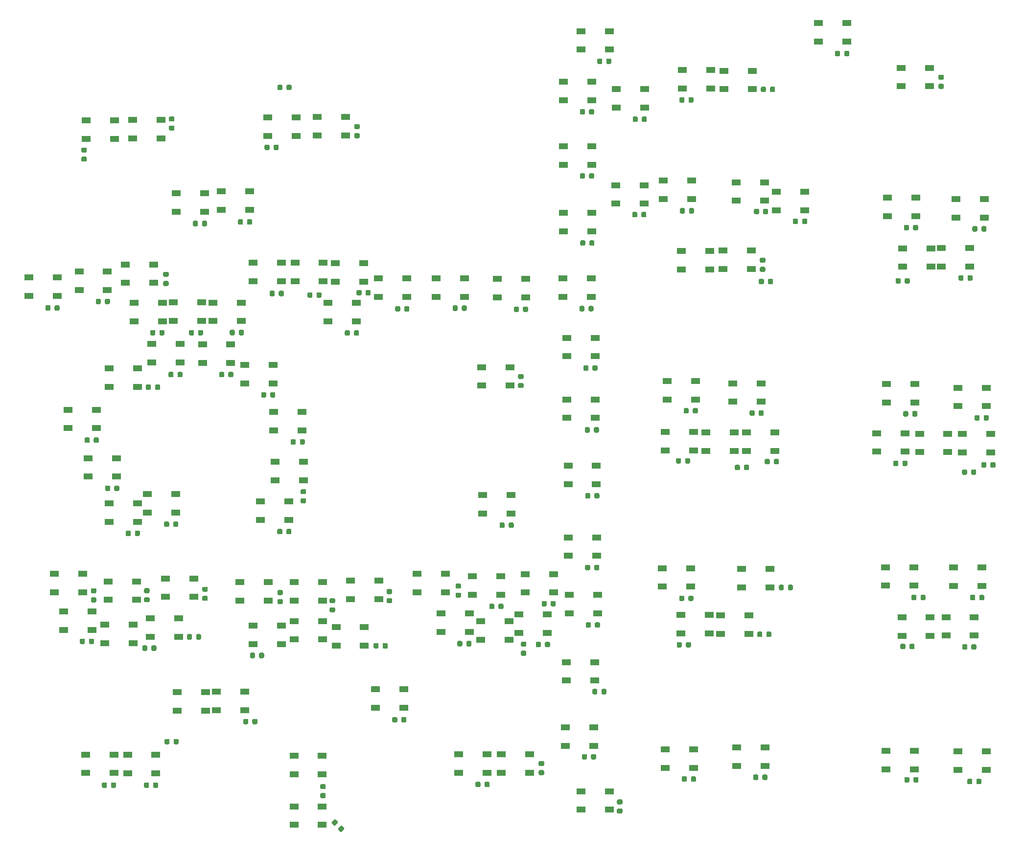
<source format=gbr>
%TF.GenerationSoftware,KiCad,Pcbnew,(5.1.10)-1*%
%TF.CreationDate,2021-11-16T16:52:48+11:00*%
%TF.ProjectId,COMM Panel PCB V2,434f4d4d-2050-4616-9e65-6c2050434220,rev?*%
%TF.SameCoordinates,Original*%
%TF.FileFunction,Paste,Top*%
%TF.FilePolarity,Positive*%
%FSLAX46Y46*%
G04 Gerber Fmt 4.6, Leading zero omitted, Abs format (unit mm)*
G04 Created by KiCad (PCBNEW (5.1.10)-1) date 2021-11-16 16:52:48*
%MOMM*%
%LPD*%
G01*
G04 APERTURE LIST*
%ADD10R,1.500000X1.000000*%
G04 APERTURE END LIST*
%TO.C,C48*%
G36*
G01*
X152186250Y-127122500D02*
X151673750Y-127122500D01*
G75*
G02*
X151455000Y-126903750I0J218750D01*
G01*
X151455000Y-126466250D01*
G75*
G02*
X151673750Y-126247500I218750J0D01*
G01*
X152186250Y-126247500D01*
G75*
G02*
X152405000Y-126466250I0J-218750D01*
G01*
X152405000Y-126903750D01*
G75*
G02*
X152186250Y-127122500I-218750J0D01*
G01*
G37*
G36*
G01*
X152186250Y-128697500D02*
X151673750Y-128697500D01*
G75*
G02*
X151455000Y-128478750I0J218750D01*
G01*
X151455000Y-128041250D01*
G75*
G02*
X151673750Y-127822500I218750J0D01*
G01*
X152186250Y-127822500D01*
G75*
G02*
X152405000Y-128041250I0J-218750D01*
G01*
X152405000Y-128478750D01*
G75*
G02*
X152186250Y-128697500I-218750J0D01*
G01*
G37*
%TD*%
%TO.C,C59*%
G36*
G01*
X166222500Y-26046250D02*
X166222500Y-25533750D01*
G75*
G02*
X166441250Y-25315000I218750J0D01*
G01*
X166878750Y-25315000D01*
G75*
G02*
X167097500Y-25533750I0J-218750D01*
G01*
X167097500Y-26046250D01*
G75*
G02*
X166878750Y-26265000I-218750J0D01*
G01*
X166441250Y-26265000D01*
G75*
G02*
X166222500Y-26046250I0J218750D01*
G01*
G37*
G36*
G01*
X164647500Y-26046250D02*
X164647500Y-25533750D01*
G75*
G02*
X164866250Y-25315000I218750J0D01*
G01*
X165303750Y-25315000D01*
G75*
G02*
X165522500Y-25533750I0J-218750D01*
G01*
X165522500Y-26046250D01*
G75*
G02*
X165303750Y-26265000I-218750J0D01*
G01*
X164866250Y-26265000D01*
G75*
G02*
X164647500Y-26046250I0J218750D01*
G01*
G37*
%TD*%
D10*
%TO.C,D109*%
X161850000Y-152150000D03*
X161850000Y-155350000D03*
X166750000Y-152150000D03*
X166750000Y-155350000D03*
%TD*%
%TO.C,C33*%
G36*
G01*
X86493750Y-118562500D02*
X87006250Y-118562500D01*
G75*
G02*
X87225000Y-118781250I0J-218750D01*
G01*
X87225000Y-119218750D01*
G75*
G02*
X87006250Y-119437500I-218750J0D01*
G01*
X86493750Y-119437500D01*
G75*
G02*
X86275000Y-119218750I0J218750D01*
G01*
X86275000Y-118781250D01*
G75*
G02*
X86493750Y-118562500I218750J0D01*
G01*
G37*
G36*
G01*
X86493750Y-116987500D02*
X87006250Y-116987500D01*
G75*
G02*
X87225000Y-117206250I0J-218750D01*
G01*
X87225000Y-117643750D01*
G75*
G02*
X87006250Y-117862500I-218750J0D01*
G01*
X86493750Y-117862500D01*
G75*
G02*
X86275000Y-117643750I0J218750D01*
G01*
X86275000Y-117206250D01*
G75*
G02*
X86493750Y-116987500I218750J0D01*
G01*
G37*
%TD*%
%TO.C,C25*%
G36*
G01*
X91312500Y-106181250D02*
X91312500Y-105668750D01*
G75*
G02*
X91531250Y-105450000I218750J0D01*
G01*
X91968750Y-105450000D01*
G75*
G02*
X92187500Y-105668750I0J-218750D01*
G01*
X92187500Y-106181250D01*
G75*
G02*
X91968750Y-106400000I-218750J0D01*
G01*
X91531250Y-106400000D01*
G75*
G02*
X91312500Y-106181250I0J218750D01*
G01*
G37*
G36*
G01*
X89737500Y-106181250D02*
X89737500Y-105668750D01*
G75*
G02*
X89956250Y-105450000I218750J0D01*
G01*
X90393750Y-105450000D01*
G75*
G02*
X90612500Y-105668750I0J-218750D01*
G01*
X90612500Y-106181250D01*
G75*
G02*
X90393750Y-106400000I-218750J0D01*
G01*
X89956250Y-106400000D01*
G75*
G02*
X89737500Y-106181250I0J218750D01*
G01*
G37*
%TD*%
%TO.C,R1*%
G36*
G01*
X110912500Y-30581250D02*
X110912500Y-30068750D01*
G75*
G02*
X111131250Y-29850000I218750J0D01*
G01*
X111568750Y-29850000D01*
G75*
G02*
X111787500Y-30068750I0J-218750D01*
G01*
X111787500Y-30581250D01*
G75*
G02*
X111568750Y-30800000I-218750J0D01*
G01*
X111131250Y-30800000D01*
G75*
G02*
X110912500Y-30581250I0J218750D01*
G01*
G37*
G36*
G01*
X109337500Y-30581250D02*
X109337500Y-30068750D01*
G75*
G02*
X109556250Y-29850000I218750J0D01*
G01*
X109993750Y-29850000D01*
G75*
G02*
X110212500Y-30068750I0J-218750D01*
G01*
X110212500Y-30581250D01*
G75*
G02*
X109993750Y-30800000I-218750J0D01*
G01*
X109556250Y-30800000D01*
G75*
G02*
X109337500Y-30581250I0J218750D01*
G01*
G37*
%TD*%
%TO.C,C110*%
G36*
G01*
X76156250Y-41587500D02*
X75643750Y-41587500D01*
G75*
G02*
X75425000Y-41368750I0J218750D01*
G01*
X75425000Y-40931250D01*
G75*
G02*
X75643750Y-40712500I218750J0D01*
G01*
X76156250Y-40712500D01*
G75*
G02*
X76375000Y-40931250I0J-218750D01*
G01*
X76375000Y-41368750D01*
G75*
G02*
X76156250Y-41587500I-218750J0D01*
G01*
G37*
G36*
G01*
X76156250Y-43162500D02*
X75643750Y-43162500D01*
G75*
G02*
X75425000Y-42943750I0J218750D01*
G01*
X75425000Y-42506250D01*
G75*
G02*
X75643750Y-42287500I218750J0D01*
G01*
X76156250Y-42287500D01*
G75*
G02*
X76375000Y-42506250I0J-218750D01*
G01*
X76375000Y-42943750D01*
G75*
G02*
X76156250Y-43162500I-218750J0D01*
G01*
G37*
%TD*%
%TO.C,C109*%
G36*
G01*
X168293750Y-155130000D02*
X168806250Y-155130000D01*
G75*
G02*
X169025000Y-155348750I0J-218750D01*
G01*
X169025000Y-155786250D01*
G75*
G02*
X168806250Y-156005000I-218750J0D01*
G01*
X168293750Y-156005000D01*
G75*
G02*
X168075000Y-155786250I0J218750D01*
G01*
X168075000Y-155348750D01*
G75*
G02*
X168293750Y-155130000I218750J0D01*
G01*
G37*
G36*
G01*
X168293750Y-153555000D02*
X168806250Y-153555000D01*
G75*
G02*
X169025000Y-153773750I0J-218750D01*
G01*
X169025000Y-154211250D01*
G75*
G02*
X168806250Y-154430000I-218750J0D01*
G01*
X168293750Y-154430000D01*
G75*
G02*
X168075000Y-154211250I0J218750D01*
G01*
X168075000Y-153773750D01*
G75*
G02*
X168293750Y-153555000I218750J0D01*
G01*
G37*
%TD*%
%TO.C,C108*%
G36*
G01*
X122570000Y-73076250D02*
X122570000Y-72563750D01*
G75*
G02*
X122788750Y-72345000I218750J0D01*
G01*
X123226250Y-72345000D01*
G75*
G02*
X123445000Y-72563750I0J-218750D01*
G01*
X123445000Y-73076250D01*
G75*
G02*
X123226250Y-73295000I-218750J0D01*
G01*
X122788750Y-73295000D01*
G75*
G02*
X122570000Y-73076250I0J218750D01*
G01*
G37*
G36*
G01*
X120995000Y-73076250D02*
X120995000Y-72563750D01*
G75*
G02*
X121213750Y-72345000I218750J0D01*
G01*
X121651250Y-72345000D01*
G75*
G02*
X121870000Y-72563750I0J-218750D01*
G01*
X121870000Y-73076250D01*
G75*
G02*
X121651250Y-73295000I-218750J0D01*
G01*
X121213750Y-73295000D01*
G75*
G02*
X120995000Y-73076250I0J218750D01*
G01*
G37*
%TD*%
%TO.C,C107*%
G36*
G01*
X207372500Y-24706250D02*
X207372500Y-24193750D01*
G75*
G02*
X207591250Y-23975000I218750J0D01*
G01*
X208028750Y-23975000D01*
G75*
G02*
X208247500Y-24193750I0J-218750D01*
G01*
X208247500Y-24706250D01*
G75*
G02*
X208028750Y-24925000I-218750J0D01*
G01*
X207591250Y-24925000D01*
G75*
G02*
X207372500Y-24706250I0J218750D01*
G01*
G37*
G36*
G01*
X205797500Y-24706250D02*
X205797500Y-24193750D01*
G75*
G02*
X206016250Y-23975000I218750J0D01*
G01*
X206453750Y-23975000D01*
G75*
G02*
X206672500Y-24193750I0J-218750D01*
G01*
X206672500Y-24706250D01*
G75*
G02*
X206453750Y-24925000I-218750J0D01*
G01*
X206016250Y-24925000D01*
G75*
G02*
X205797500Y-24706250I0J218750D01*
G01*
G37*
%TD*%
%TO.C,C106*%
G36*
G01*
X223883750Y-29687500D02*
X224396250Y-29687500D01*
G75*
G02*
X224615000Y-29906250I0J-218750D01*
G01*
X224615000Y-30343750D01*
G75*
G02*
X224396250Y-30562500I-218750J0D01*
G01*
X223883750Y-30562500D01*
G75*
G02*
X223665000Y-30343750I0J218750D01*
G01*
X223665000Y-29906250D01*
G75*
G02*
X223883750Y-29687500I218750J0D01*
G01*
G37*
G36*
G01*
X223883750Y-28112500D02*
X224396250Y-28112500D01*
G75*
G02*
X224615000Y-28331250I0J-218750D01*
G01*
X224615000Y-28768750D01*
G75*
G02*
X224396250Y-28987500I-218750J0D01*
G01*
X223883750Y-28987500D01*
G75*
G02*
X223665000Y-28768750I0J218750D01*
G01*
X223665000Y-28331250D01*
G75*
G02*
X223883750Y-28112500I218750J0D01*
G01*
G37*
%TD*%
%TO.C,C105*%
G36*
G01*
X193837500Y-30403750D02*
X193837500Y-30916250D01*
G75*
G02*
X193618750Y-31135000I-218750J0D01*
G01*
X193181250Y-31135000D01*
G75*
G02*
X192962500Y-30916250I0J218750D01*
G01*
X192962500Y-30403750D01*
G75*
G02*
X193181250Y-30185000I218750J0D01*
G01*
X193618750Y-30185000D01*
G75*
G02*
X193837500Y-30403750I0J-218750D01*
G01*
G37*
G36*
G01*
X195412500Y-30403750D02*
X195412500Y-30916250D01*
G75*
G02*
X195193750Y-31135000I-218750J0D01*
G01*
X194756250Y-31135000D01*
G75*
G02*
X194537500Y-30916250I0J218750D01*
G01*
X194537500Y-30403750D01*
G75*
G02*
X194756250Y-30185000I218750J0D01*
G01*
X195193750Y-30185000D01*
G75*
G02*
X195412500Y-30403750I0J-218750D01*
G01*
G37*
%TD*%
%TO.C,C104*%
G36*
G01*
X180442500Y-32736250D02*
X180442500Y-32223750D01*
G75*
G02*
X180661250Y-32005000I218750J0D01*
G01*
X181098750Y-32005000D01*
G75*
G02*
X181317500Y-32223750I0J-218750D01*
G01*
X181317500Y-32736250D01*
G75*
G02*
X181098750Y-32955000I-218750J0D01*
G01*
X180661250Y-32955000D01*
G75*
G02*
X180442500Y-32736250I0J218750D01*
G01*
G37*
G36*
G01*
X178867500Y-32736250D02*
X178867500Y-32223750D01*
G75*
G02*
X179086250Y-32005000I218750J0D01*
G01*
X179523750Y-32005000D01*
G75*
G02*
X179742500Y-32223750I0J-218750D01*
G01*
X179742500Y-32736250D01*
G75*
G02*
X179523750Y-32955000I-218750J0D01*
G01*
X179086250Y-32955000D01*
G75*
G02*
X178867500Y-32736250I0J218750D01*
G01*
G37*
%TD*%
%TO.C,C103*%
G36*
G01*
X172362500Y-36066250D02*
X172362500Y-35553750D01*
G75*
G02*
X172581250Y-35335000I218750J0D01*
G01*
X173018750Y-35335000D01*
G75*
G02*
X173237500Y-35553750I0J-218750D01*
G01*
X173237500Y-36066250D01*
G75*
G02*
X173018750Y-36285000I-218750J0D01*
G01*
X172581250Y-36285000D01*
G75*
G02*
X172362500Y-36066250I0J218750D01*
G01*
G37*
G36*
G01*
X170787500Y-36066250D02*
X170787500Y-35553750D01*
G75*
G02*
X171006250Y-35335000I218750J0D01*
G01*
X171443750Y-35335000D01*
G75*
G02*
X171662500Y-35553750I0J-218750D01*
G01*
X171662500Y-36066250D01*
G75*
G02*
X171443750Y-36285000I-218750J0D01*
G01*
X171006250Y-36285000D01*
G75*
G02*
X170787500Y-36066250I0J218750D01*
G01*
G37*
%TD*%
%TO.C,C102*%
G36*
G01*
X231117500Y-55056250D02*
X231117500Y-54543750D01*
G75*
G02*
X231336250Y-54325000I218750J0D01*
G01*
X231773750Y-54325000D01*
G75*
G02*
X231992500Y-54543750I0J-218750D01*
G01*
X231992500Y-55056250D01*
G75*
G02*
X231773750Y-55275000I-218750J0D01*
G01*
X231336250Y-55275000D01*
G75*
G02*
X231117500Y-55056250I0J218750D01*
G01*
G37*
G36*
G01*
X229542500Y-55056250D02*
X229542500Y-54543750D01*
G75*
G02*
X229761250Y-54325000I218750J0D01*
G01*
X230198750Y-54325000D01*
G75*
G02*
X230417500Y-54543750I0J-218750D01*
G01*
X230417500Y-55056250D01*
G75*
G02*
X230198750Y-55275000I-218750J0D01*
G01*
X229761250Y-55275000D01*
G75*
G02*
X229542500Y-55056250I0J218750D01*
G01*
G37*
%TD*%
%TO.C,C101*%
G36*
G01*
X219282500Y-54836250D02*
X219282500Y-54323750D01*
G75*
G02*
X219501250Y-54105000I218750J0D01*
G01*
X219938750Y-54105000D01*
G75*
G02*
X220157500Y-54323750I0J-218750D01*
G01*
X220157500Y-54836250D01*
G75*
G02*
X219938750Y-55055000I-218750J0D01*
G01*
X219501250Y-55055000D01*
G75*
G02*
X219282500Y-54836250I0J218750D01*
G01*
G37*
G36*
G01*
X217707500Y-54836250D02*
X217707500Y-54323750D01*
G75*
G02*
X217926250Y-54105000I218750J0D01*
G01*
X218363750Y-54105000D01*
G75*
G02*
X218582500Y-54323750I0J-218750D01*
G01*
X218582500Y-54836250D01*
G75*
G02*
X218363750Y-55055000I-218750J0D01*
G01*
X217926250Y-55055000D01*
G75*
G02*
X217707500Y-54836250I0J218750D01*
G01*
G37*
%TD*%
%TO.C,C100*%
G36*
G01*
X200092500Y-53746250D02*
X200092500Y-53233750D01*
G75*
G02*
X200311250Y-53015000I218750J0D01*
G01*
X200748750Y-53015000D01*
G75*
G02*
X200967500Y-53233750I0J-218750D01*
G01*
X200967500Y-53746250D01*
G75*
G02*
X200748750Y-53965000I-218750J0D01*
G01*
X200311250Y-53965000D01*
G75*
G02*
X200092500Y-53746250I0J218750D01*
G01*
G37*
G36*
G01*
X198517500Y-53746250D02*
X198517500Y-53233750D01*
G75*
G02*
X198736250Y-53015000I218750J0D01*
G01*
X199173750Y-53015000D01*
G75*
G02*
X199392500Y-53233750I0J-218750D01*
G01*
X199392500Y-53746250D01*
G75*
G02*
X199173750Y-53965000I-218750J0D01*
G01*
X198736250Y-53965000D01*
G75*
G02*
X198517500Y-53746250I0J218750D01*
G01*
G37*
%TD*%
%TO.C,C99*%
G36*
G01*
X193350000Y-52056250D02*
X193350000Y-51543750D01*
G75*
G02*
X193568750Y-51325000I218750J0D01*
G01*
X194006250Y-51325000D01*
G75*
G02*
X194225000Y-51543750I0J-218750D01*
G01*
X194225000Y-52056250D01*
G75*
G02*
X194006250Y-52275000I-218750J0D01*
G01*
X193568750Y-52275000D01*
G75*
G02*
X193350000Y-52056250I0J218750D01*
G01*
G37*
G36*
G01*
X191775000Y-52056250D02*
X191775000Y-51543750D01*
G75*
G02*
X191993750Y-51325000I218750J0D01*
G01*
X192431250Y-51325000D01*
G75*
G02*
X192650000Y-51543750I0J-218750D01*
G01*
X192650000Y-52056250D01*
G75*
G02*
X192431250Y-52275000I-218750J0D01*
G01*
X191993750Y-52275000D01*
G75*
G02*
X191775000Y-52056250I0J218750D01*
G01*
G37*
%TD*%
%TO.C,C98*%
G36*
G01*
X180527500Y-51926250D02*
X180527500Y-51413750D01*
G75*
G02*
X180746250Y-51195000I218750J0D01*
G01*
X181183750Y-51195000D01*
G75*
G02*
X181402500Y-51413750I0J-218750D01*
G01*
X181402500Y-51926250D01*
G75*
G02*
X181183750Y-52145000I-218750J0D01*
G01*
X180746250Y-52145000D01*
G75*
G02*
X180527500Y-51926250I0J218750D01*
G01*
G37*
G36*
G01*
X178952500Y-51926250D02*
X178952500Y-51413750D01*
G75*
G02*
X179171250Y-51195000I218750J0D01*
G01*
X179608750Y-51195000D01*
G75*
G02*
X179827500Y-51413750I0J-218750D01*
G01*
X179827500Y-51926250D01*
G75*
G02*
X179608750Y-52145000I-218750J0D01*
G01*
X179171250Y-52145000D01*
G75*
G02*
X178952500Y-51926250I0J218750D01*
G01*
G37*
%TD*%
%TO.C,C97*%
G36*
G01*
X172277500Y-52596250D02*
X172277500Y-52083750D01*
G75*
G02*
X172496250Y-51865000I218750J0D01*
G01*
X172933750Y-51865000D01*
G75*
G02*
X173152500Y-52083750I0J-218750D01*
G01*
X173152500Y-52596250D01*
G75*
G02*
X172933750Y-52815000I-218750J0D01*
G01*
X172496250Y-52815000D01*
G75*
G02*
X172277500Y-52596250I0J218750D01*
G01*
G37*
G36*
G01*
X170702500Y-52596250D02*
X170702500Y-52083750D01*
G75*
G02*
X170921250Y-51865000I218750J0D01*
G01*
X171358750Y-51865000D01*
G75*
G02*
X171577500Y-52083750I0J-218750D01*
G01*
X171577500Y-52596250D01*
G75*
G02*
X171358750Y-52815000I-218750J0D01*
G01*
X170921250Y-52815000D01*
G75*
G02*
X170702500Y-52596250I0J218750D01*
G01*
G37*
%TD*%
%TO.C,C96*%
G36*
G01*
X228712500Y-63556250D02*
X228712500Y-63043750D01*
G75*
G02*
X228931250Y-62825000I218750J0D01*
G01*
X229368750Y-62825000D01*
G75*
G02*
X229587500Y-63043750I0J-218750D01*
G01*
X229587500Y-63556250D01*
G75*
G02*
X229368750Y-63775000I-218750J0D01*
G01*
X228931250Y-63775000D01*
G75*
G02*
X228712500Y-63556250I0J218750D01*
G01*
G37*
G36*
G01*
X227137500Y-63556250D02*
X227137500Y-63043750D01*
G75*
G02*
X227356250Y-62825000I218750J0D01*
G01*
X227793750Y-62825000D01*
G75*
G02*
X228012500Y-63043750I0J-218750D01*
G01*
X228012500Y-63556250D01*
G75*
G02*
X227793750Y-63775000I-218750J0D01*
G01*
X227356250Y-63775000D01*
G75*
G02*
X227137500Y-63556250I0J218750D01*
G01*
G37*
%TD*%
%TO.C,C95*%
G36*
G01*
X217850000Y-64056250D02*
X217850000Y-63543750D01*
G75*
G02*
X218068750Y-63325000I218750J0D01*
G01*
X218506250Y-63325000D01*
G75*
G02*
X218725000Y-63543750I0J-218750D01*
G01*
X218725000Y-64056250D01*
G75*
G02*
X218506250Y-64275000I-218750J0D01*
G01*
X218068750Y-64275000D01*
G75*
G02*
X217850000Y-64056250I0J218750D01*
G01*
G37*
G36*
G01*
X216275000Y-64056250D02*
X216275000Y-63543750D01*
G75*
G02*
X216493750Y-63325000I218750J0D01*
G01*
X216931250Y-63325000D01*
G75*
G02*
X217150000Y-63543750I0J-218750D01*
G01*
X217150000Y-64056250D01*
G75*
G02*
X216931250Y-64275000I-218750J0D01*
G01*
X216493750Y-64275000D01*
G75*
G02*
X216275000Y-64056250I0J218750D01*
G01*
G37*
%TD*%
%TO.C,C94*%
G36*
G01*
X193003750Y-61367500D02*
X193516250Y-61367500D01*
G75*
G02*
X193735000Y-61586250I0J-218750D01*
G01*
X193735000Y-62023750D01*
G75*
G02*
X193516250Y-62242500I-218750J0D01*
G01*
X193003750Y-62242500D01*
G75*
G02*
X192785000Y-62023750I0J218750D01*
G01*
X192785000Y-61586250D01*
G75*
G02*
X193003750Y-61367500I218750J0D01*
G01*
G37*
G36*
G01*
X193003750Y-59792500D02*
X193516250Y-59792500D01*
G75*
G02*
X193735000Y-60011250I0J-218750D01*
G01*
X193735000Y-60448750D01*
G75*
G02*
X193516250Y-60667500I-218750J0D01*
G01*
X193003750Y-60667500D01*
G75*
G02*
X192785000Y-60448750I0J218750D01*
G01*
X192785000Y-60011250D01*
G75*
G02*
X193003750Y-59792500I218750J0D01*
G01*
G37*
%TD*%
%TO.C,C93*%
G36*
G01*
X193477500Y-63653750D02*
X193477500Y-64166250D01*
G75*
G02*
X193258750Y-64385000I-218750J0D01*
G01*
X192821250Y-64385000D01*
G75*
G02*
X192602500Y-64166250I0J218750D01*
G01*
X192602500Y-63653750D01*
G75*
G02*
X192821250Y-63435000I218750J0D01*
G01*
X193258750Y-63435000D01*
G75*
G02*
X193477500Y-63653750I0J-218750D01*
G01*
G37*
G36*
G01*
X195052500Y-63653750D02*
X195052500Y-64166250D01*
G75*
G02*
X194833750Y-64385000I-218750J0D01*
G01*
X194396250Y-64385000D01*
G75*
G02*
X194177500Y-64166250I0J218750D01*
G01*
X194177500Y-63653750D01*
G75*
G02*
X194396250Y-63435000I218750J0D01*
G01*
X194833750Y-63435000D01*
G75*
G02*
X195052500Y-63653750I0J-218750D01*
G01*
G37*
%TD*%
%TO.C,C92*%
G36*
G01*
X231492500Y-87766250D02*
X231492500Y-87253750D01*
G75*
G02*
X231711250Y-87035000I218750J0D01*
G01*
X232148750Y-87035000D01*
G75*
G02*
X232367500Y-87253750I0J-218750D01*
G01*
X232367500Y-87766250D01*
G75*
G02*
X232148750Y-87985000I-218750J0D01*
G01*
X231711250Y-87985000D01*
G75*
G02*
X231492500Y-87766250I0J218750D01*
G01*
G37*
G36*
G01*
X229917500Y-87766250D02*
X229917500Y-87253750D01*
G75*
G02*
X230136250Y-87035000I218750J0D01*
G01*
X230573750Y-87035000D01*
G75*
G02*
X230792500Y-87253750I0J-218750D01*
G01*
X230792500Y-87766250D01*
G75*
G02*
X230573750Y-87985000I-218750J0D01*
G01*
X230136250Y-87985000D01*
G75*
G02*
X229917500Y-87766250I0J218750D01*
G01*
G37*
%TD*%
%TO.C,C91*%
G36*
G01*
X219157500Y-87076250D02*
X219157500Y-86563750D01*
G75*
G02*
X219376250Y-86345000I218750J0D01*
G01*
X219813750Y-86345000D01*
G75*
G02*
X220032500Y-86563750I0J-218750D01*
G01*
X220032500Y-87076250D01*
G75*
G02*
X219813750Y-87295000I-218750J0D01*
G01*
X219376250Y-87295000D01*
G75*
G02*
X219157500Y-87076250I0J218750D01*
G01*
G37*
G36*
G01*
X217582500Y-87076250D02*
X217582500Y-86563750D01*
G75*
G02*
X217801250Y-86345000I218750J0D01*
G01*
X218238750Y-86345000D01*
G75*
G02*
X218457500Y-86563750I0J-218750D01*
G01*
X218457500Y-87076250D01*
G75*
G02*
X218238750Y-87295000I-218750J0D01*
G01*
X217801250Y-87295000D01*
G75*
G02*
X217582500Y-87076250I0J218750D01*
G01*
G37*
%TD*%
%TO.C,C90*%
G36*
G01*
X192592500Y-86936250D02*
X192592500Y-86423750D01*
G75*
G02*
X192811250Y-86205000I218750J0D01*
G01*
X193248750Y-86205000D01*
G75*
G02*
X193467500Y-86423750I0J-218750D01*
G01*
X193467500Y-86936250D01*
G75*
G02*
X193248750Y-87155000I-218750J0D01*
G01*
X192811250Y-87155000D01*
G75*
G02*
X192592500Y-86936250I0J218750D01*
G01*
G37*
G36*
G01*
X191017500Y-86936250D02*
X191017500Y-86423750D01*
G75*
G02*
X191236250Y-86205000I218750J0D01*
G01*
X191673750Y-86205000D01*
G75*
G02*
X191892500Y-86423750I0J-218750D01*
G01*
X191892500Y-86936250D01*
G75*
G02*
X191673750Y-87155000I-218750J0D01*
G01*
X191236250Y-87155000D01*
G75*
G02*
X191017500Y-86936250I0J218750D01*
G01*
G37*
%TD*%
%TO.C,C89*%
G36*
G01*
X181182500Y-86546250D02*
X181182500Y-86033750D01*
G75*
G02*
X181401250Y-85815000I218750J0D01*
G01*
X181838750Y-85815000D01*
G75*
G02*
X182057500Y-86033750I0J-218750D01*
G01*
X182057500Y-86546250D01*
G75*
G02*
X181838750Y-86765000I-218750J0D01*
G01*
X181401250Y-86765000D01*
G75*
G02*
X181182500Y-86546250I0J218750D01*
G01*
G37*
G36*
G01*
X179607500Y-86546250D02*
X179607500Y-86033750D01*
G75*
G02*
X179826250Y-85815000I218750J0D01*
G01*
X180263750Y-85815000D01*
G75*
G02*
X180482500Y-86033750I0J-218750D01*
G01*
X180482500Y-86546250D01*
G75*
G02*
X180263750Y-86765000I-218750J0D01*
G01*
X179826250Y-86765000D01*
G75*
G02*
X179607500Y-86546250I0J218750D01*
G01*
G37*
%TD*%
%TO.C,C88*%
G36*
G01*
X232662500Y-95916250D02*
X232662500Y-95403750D01*
G75*
G02*
X232881250Y-95185000I218750J0D01*
G01*
X233318750Y-95185000D01*
G75*
G02*
X233537500Y-95403750I0J-218750D01*
G01*
X233537500Y-95916250D01*
G75*
G02*
X233318750Y-96135000I-218750J0D01*
G01*
X232881250Y-96135000D01*
G75*
G02*
X232662500Y-95916250I0J218750D01*
G01*
G37*
G36*
G01*
X231087500Y-95916250D02*
X231087500Y-95403750D01*
G75*
G02*
X231306250Y-95185000I218750J0D01*
G01*
X231743750Y-95185000D01*
G75*
G02*
X231962500Y-95403750I0J-218750D01*
G01*
X231962500Y-95916250D01*
G75*
G02*
X231743750Y-96135000I-218750J0D01*
G01*
X231306250Y-96135000D01*
G75*
G02*
X231087500Y-95916250I0J218750D01*
G01*
G37*
%TD*%
%TO.C,C87*%
G36*
G01*
X229330000Y-97156250D02*
X229330000Y-96643750D01*
G75*
G02*
X229548750Y-96425000I218750J0D01*
G01*
X229986250Y-96425000D01*
G75*
G02*
X230205000Y-96643750I0J-218750D01*
G01*
X230205000Y-97156250D01*
G75*
G02*
X229986250Y-97375000I-218750J0D01*
G01*
X229548750Y-97375000D01*
G75*
G02*
X229330000Y-97156250I0J218750D01*
G01*
G37*
G36*
G01*
X227755000Y-97156250D02*
X227755000Y-96643750D01*
G75*
G02*
X227973750Y-96425000I218750J0D01*
G01*
X228411250Y-96425000D01*
G75*
G02*
X228630000Y-96643750I0J-218750D01*
G01*
X228630000Y-97156250D01*
G75*
G02*
X228411250Y-97375000I-218750J0D01*
G01*
X227973750Y-97375000D01*
G75*
G02*
X227755000Y-97156250I0J218750D01*
G01*
G37*
%TD*%
%TO.C,C86*%
G36*
G01*
X217442500Y-95646250D02*
X217442500Y-95133750D01*
G75*
G02*
X217661250Y-94915000I218750J0D01*
G01*
X218098750Y-94915000D01*
G75*
G02*
X218317500Y-95133750I0J-218750D01*
G01*
X218317500Y-95646250D01*
G75*
G02*
X218098750Y-95865000I-218750J0D01*
G01*
X217661250Y-95865000D01*
G75*
G02*
X217442500Y-95646250I0J218750D01*
G01*
G37*
G36*
G01*
X215867500Y-95646250D02*
X215867500Y-95133750D01*
G75*
G02*
X216086250Y-94915000I218750J0D01*
G01*
X216523750Y-94915000D01*
G75*
G02*
X216742500Y-95133750I0J-218750D01*
G01*
X216742500Y-95646250D01*
G75*
G02*
X216523750Y-95865000I-218750J0D01*
G01*
X216086250Y-95865000D01*
G75*
G02*
X215867500Y-95646250I0J218750D01*
G01*
G37*
%TD*%
%TO.C,C85*%
G36*
G01*
X195200000Y-95356250D02*
X195200000Y-94843750D01*
G75*
G02*
X195418750Y-94625000I218750J0D01*
G01*
X195856250Y-94625000D01*
G75*
G02*
X196075000Y-94843750I0J-218750D01*
G01*
X196075000Y-95356250D01*
G75*
G02*
X195856250Y-95575000I-218750J0D01*
G01*
X195418750Y-95575000D01*
G75*
G02*
X195200000Y-95356250I0J218750D01*
G01*
G37*
G36*
G01*
X193625000Y-95356250D02*
X193625000Y-94843750D01*
G75*
G02*
X193843750Y-94625000I218750J0D01*
G01*
X194281250Y-94625000D01*
G75*
G02*
X194500000Y-94843750I0J-218750D01*
G01*
X194500000Y-95356250D01*
G75*
G02*
X194281250Y-95575000I-218750J0D01*
G01*
X193843750Y-95575000D01*
G75*
G02*
X193625000Y-95356250I0J218750D01*
G01*
G37*
%TD*%
%TO.C,C84*%
G36*
G01*
X190030000Y-96356250D02*
X190030000Y-95843750D01*
G75*
G02*
X190248750Y-95625000I218750J0D01*
G01*
X190686250Y-95625000D01*
G75*
G02*
X190905000Y-95843750I0J-218750D01*
G01*
X190905000Y-96356250D01*
G75*
G02*
X190686250Y-96575000I-218750J0D01*
G01*
X190248750Y-96575000D01*
G75*
G02*
X190030000Y-96356250I0J218750D01*
G01*
G37*
G36*
G01*
X188455000Y-96356250D02*
X188455000Y-95843750D01*
G75*
G02*
X188673750Y-95625000I218750J0D01*
G01*
X189111250Y-95625000D01*
G75*
G02*
X189330000Y-95843750I0J-218750D01*
G01*
X189330000Y-96356250D01*
G75*
G02*
X189111250Y-96575000I-218750J0D01*
G01*
X188673750Y-96575000D01*
G75*
G02*
X188455000Y-96356250I0J218750D01*
G01*
G37*
%TD*%
%TO.C,C83*%
G36*
G01*
X179850000Y-95206250D02*
X179850000Y-94693750D01*
G75*
G02*
X180068750Y-94475000I218750J0D01*
G01*
X180506250Y-94475000D01*
G75*
G02*
X180725000Y-94693750I0J-218750D01*
G01*
X180725000Y-95206250D01*
G75*
G02*
X180506250Y-95425000I-218750J0D01*
G01*
X180068750Y-95425000D01*
G75*
G02*
X179850000Y-95206250I0J218750D01*
G01*
G37*
G36*
G01*
X178275000Y-95206250D02*
X178275000Y-94693750D01*
G75*
G02*
X178493750Y-94475000I218750J0D01*
G01*
X178931250Y-94475000D01*
G75*
G02*
X179150000Y-94693750I0J-218750D01*
G01*
X179150000Y-95206250D01*
G75*
G02*
X178931250Y-95425000I-218750J0D01*
G01*
X178493750Y-95425000D01*
G75*
G02*
X178275000Y-95206250I0J218750D01*
G01*
G37*
%TD*%
%TO.C,C82*%
G36*
G01*
X230732500Y-118876250D02*
X230732500Y-118363750D01*
G75*
G02*
X230951250Y-118145000I218750J0D01*
G01*
X231388750Y-118145000D01*
G75*
G02*
X231607500Y-118363750I0J-218750D01*
G01*
X231607500Y-118876250D01*
G75*
G02*
X231388750Y-119095000I-218750J0D01*
G01*
X230951250Y-119095000D01*
G75*
G02*
X230732500Y-118876250I0J218750D01*
G01*
G37*
G36*
G01*
X229157500Y-118876250D02*
X229157500Y-118363750D01*
G75*
G02*
X229376250Y-118145000I218750J0D01*
G01*
X229813750Y-118145000D01*
G75*
G02*
X230032500Y-118363750I0J-218750D01*
G01*
X230032500Y-118876250D01*
G75*
G02*
X229813750Y-119095000I-218750J0D01*
G01*
X229376250Y-119095000D01*
G75*
G02*
X229157500Y-118876250I0J218750D01*
G01*
G37*
%TD*%
%TO.C,C81*%
G36*
G01*
X219872500Y-118343750D02*
X219872500Y-118856250D01*
G75*
G02*
X219653750Y-119075000I-218750J0D01*
G01*
X219216250Y-119075000D01*
G75*
G02*
X218997500Y-118856250I0J218750D01*
G01*
X218997500Y-118343750D01*
G75*
G02*
X219216250Y-118125000I218750J0D01*
G01*
X219653750Y-118125000D01*
G75*
G02*
X219872500Y-118343750I0J-218750D01*
G01*
G37*
G36*
G01*
X221447500Y-118343750D02*
X221447500Y-118856250D01*
G75*
G02*
X221228750Y-119075000I-218750J0D01*
G01*
X220791250Y-119075000D01*
G75*
G02*
X220572500Y-118856250I0J218750D01*
G01*
X220572500Y-118343750D01*
G75*
G02*
X220791250Y-118125000I218750J0D01*
G01*
X221228750Y-118125000D01*
G75*
G02*
X221447500Y-118343750I0J-218750D01*
G01*
G37*
%TD*%
%TO.C,C80*%
G36*
G01*
X196937500Y-116618750D02*
X196937500Y-117131250D01*
G75*
G02*
X196718750Y-117350000I-218750J0D01*
G01*
X196281250Y-117350000D01*
G75*
G02*
X196062500Y-117131250I0J218750D01*
G01*
X196062500Y-116618750D01*
G75*
G02*
X196281250Y-116400000I218750J0D01*
G01*
X196718750Y-116400000D01*
G75*
G02*
X196937500Y-116618750I0J-218750D01*
G01*
G37*
G36*
G01*
X198512500Y-116618750D02*
X198512500Y-117131250D01*
G75*
G02*
X198293750Y-117350000I-218750J0D01*
G01*
X197856250Y-117350000D01*
G75*
G02*
X197637500Y-117131250I0J218750D01*
G01*
X197637500Y-116618750D01*
G75*
G02*
X197856250Y-116400000I218750J0D01*
G01*
X198293750Y-116400000D01*
G75*
G02*
X198512500Y-116618750I0J-218750D01*
G01*
G37*
%TD*%
%TO.C,C79*%
G36*
G01*
X180412500Y-119016250D02*
X180412500Y-118503750D01*
G75*
G02*
X180631250Y-118285000I218750J0D01*
G01*
X181068750Y-118285000D01*
G75*
G02*
X181287500Y-118503750I0J-218750D01*
G01*
X181287500Y-119016250D01*
G75*
G02*
X181068750Y-119235000I-218750J0D01*
G01*
X180631250Y-119235000D01*
G75*
G02*
X180412500Y-119016250I0J218750D01*
G01*
G37*
G36*
G01*
X178837500Y-119016250D02*
X178837500Y-118503750D01*
G75*
G02*
X179056250Y-118285000I218750J0D01*
G01*
X179493750Y-118285000D01*
G75*
G02*
X179712500Y-118503750I0J-218750D01*
G01*
X179712500Y-119016250D01*
G75*
G02*
X179493750Y-119235000I-218750J0D01*
G01*
X179056250Y-119235000D01*
G75*
G02*
X178837500Y-119016250I0J218750D01*
G01*
G37*
%TD*%
%TO.C,C78*%
G36*
G01*
X229357500Y-127416250D02*
X229357500Y-126903750D01*
G75*
G02*
X229576250Y-126685000I218750J0D01*
G01*
X230013750Y-126685000D01*
G75*
G02*
X230232500Y-126903750I0J-218750D01*
G01*
X230232500Y-127416250D01*
G75*
G02*
X230013750Y-127635000I-218750J0D01*
G01*
X229576250Y-127635000D01*
G75*
G02*
X229357500Y-127416250I0J218750D01*
G01*
G37*
G36*
G01*
X227782500Y-127416250D02*
X227782500Y-126903750D01*
G75*
G02*
X228001250Y-126685000I218750J0D01*
G01*
X228438750Y-126685000D01*
G75*
G02*
X228657500Y-126903750I0J-218750D01*
G01*
X228657500Y-127416250D01*
G75*
G02*
X228438750Y-127635000I-218750J0D01*
G01*
X228001250Y-127635000D01*
G75*
G02*
X227782500Y-127416250I0J218750D01*
G01*
G37*
%TD*%
%TO.C,C77*%
G36*
G01*
X218657960Y-127350230D02*
X218657960Y-126837730D01*
G75*
G02*
X218876710Y-126618980I218750J0D01*
G01*
X219314210Y-126618980D01*
G75*
G02*
X219532960Y-126837730I0J-218750D01*
G01*
X219532960Y-127350230D01*
G75*
G02*
X219314210Y-127568980I-218750J0D01*
G01*
X218876710Y-127568980D01*
G75*
G02*
X218657960Y-127350230I0J218750D01*
G01*
G37*
G36*
G01*
X217082960Y-127350230D02*
X217082960Y-126837730D01*
G75*
G02*
X217301710Y-126618980I218750J0D01*
G01*
X217739210Y-126618980D01*
G75*
G02*
X217957960Y-126837730I0J-218750D01*
G01*
X217957960Y-127350230D01*
G75*
G02*
X217739210Y-127568980I-218750J0D01*
G01*
X217301710Y-127568980D01*
G75*
G02*
X217082960Y-127350230I0J218750D01*
G01*
G37*
%TD*%
%TO.C,C76*%
G36*
G01*
X193212500Y-124718750D02*
X193212500Y-125231250D01*
G75*
G02*
X192993750Y-125450000I-218750J0D01*
G01*
X192556250Y-125450000D01*
G75*
G02*
X192337500Y-125231250I0J218750D01*
G01*
X192337500Y-124718750D01*
G75*
G02*
X192556250Y-124500000I218750J0D01*
G01*
X192993750Y-124500000D01*
G75*
G02*
X193212500Y-124718750I0J-218750D01*
G01*
G37*
G36*
G01*
X194787500Y-124718750D02*
X194787500Y-125231250D01*
G75*
G02*
X194568750Y-125450000I-218750J0D01*
G01*
X194131250Y-125450000D01*
G75*
G02*
X193912500Y-125231250I0J218750D01*
G01*
X193912500Y-124718750D01*
G75*
G02*
X194131250Y-124500000I218750J0D01*
G01*
X194568750Y-124500000D01*
G75*
G02*
X194787500Y-124718750I0J-218750D01*
G01*
G37*
%TD*%
%TO.C,C75*%
G36*
G01*
X179987500Y-127056250D02*
X179987500Y-126543750D01*
G75*
G02*
X180206250Y-126325000I218750J0D01*
G01*
X180643750Y-126325000D01*
G75*
G02*
X180862500Y-126543750I0J-218750D01*
G01*
X180862500Y-127056250D01*
G75*
G02*
X180643750Y-127275000I-218750J0D01*
G01*
X180206250Y-127275000D01*
G75*
G02*
X179987500Y-127056250I0J218750D01*
G01*
G37*
G36*
G01*
X178412500Y-127056250D02*
X178412500Y-126543750D01*
G75*
G02*
X178631250Y-126325000I218750J0D01*
G01*
X179068750Y-126325000D01*
G75*
G02*
X179287500Y-126543750I0J-218750D01*
G01*
X179287500Y-127056250D01*
G75*
G02*
X179068750Y-127275000I-218750J0D01*
G01*
X178631250Y-127275000D01*
G75*
G02*
X178412500Y-127056250I0J218750D01*
G01*
G37*
%TD*%
%TO.C,C74*%
G36*
G01*
X230237500Y-150716250D02*
X230237500Y-150203750D01*
G75*
G02*
X230456250Y-149985000I218750J0D01*
G01*
X230893750Y-149985000D01*
G75*
G02*
X231112500Y-150203750I0J-218750D01*
G01*
X231112500Y-150716250D01*
G75*
G02*
X230893750Y-150935000I-218750J0D01*
G01*
X230456250Y-150935000D01*
G75*
G02*
X230237500Y-150716250I0J218750D01*
G01*
G37*
G36*
G01*
X228662500Y-150716250D02*
X228662500Y-150203750D01*
G75*
G02*
X228881250Y-149985000I218750J0D01*
G01*
X229318750Y-149985000D01*
G75*
G02*
X229537500Y-150203750I0J-218750D01*
G01*
X229537500Y-150716250D01*
G75*
G02*
X229318750Y-150935000I-218750J0D01*
G01*
X228881250Y-150935000D01*
G75*
G02*
X228662500Y-150716250I0J218750D01*
G01*
G37*
%TD*%
%TO.C,C73*%
G36*
G01*
X219350000Y-150421050D02*
X219350000Y-149908550D01*
G75*
G02*
X219568750Y-149689800I218750J0D01*
G01*
X220006250Y-149689800D01*
G75*
G02*
X220225000Y-149908550I0J-218750D01*
G01*
X220225000Y-150421050D01*
G75*
G02*
X220006250Y-150639800I-218750J0D01*
G01*
X219568750Y-150639800D01*
G75*
G02*
X219350000Y-150421050I0J218750D01*
G01*
G37*
G36*
G01*
X217775000Y-150421050D02*
X217775000Y-149908550D01*
G75*
G02*
X217993750Y-149689800I218750J0D01*
G01*
X218431250Y-149689800D01*
G75*
G02*
X218650000Y-149908550I0J-218750D01*
G01*
X218650000Y-150421050D01*
G75*
G02*
X218431250Y-150639800I-218750J0D01*
G01*
X217993750Y-150639800D01*
G75*
G02*
X217775000Y-150421050I0J218750D01*
G01*
G37*
%TD*%
%TO.C,C72*%
G36*
G01*
X193212500Y-149981250D02*
X193212500Y-149468750D01*
G75*
G02*
X193431250Y-149250000I218750J0D01*
G01*
X193868750Y-149250000D01*
G75*
G02*
X194087500Y-149468750I0J-218750D01*
G01*
X194087500Y-149981250D01*
G75*
G02*
X193868750Y-150200000I-218750J0D01*
G01*
X193431250Y-150200000D01*
G75*
G02*
X193212500Y-149981250I0J218750D01*
G01*
G37*
G36*
G01*
X191637500Y-149981250D02*
X191637500Y-149468750D01*
G75*
G02*
X191856250Y-149250000I218750J0D01*
G01*
X192293750Y-149250000D01*
G75*
G02*
X192512500Y-149468750I0J-218750D01*
G01*
X192512500Y-149981250D01*
G75*
G02*
X192293750Y-150200000I-218750J0D01*
G01*
X191856250Y-150200000D01*
G75*
G02*
X191637500Y-149981250I0J218750D01*
G01*
G37*
%TD*%
%TO.C,C71*%
G36*
G01*
X180862500Y-150281250D02*
X180862500Y-149768750D01*
G75*
G02*
X181081250Y-149550000I218750J0D01*
G01*
X181518750Y-149550000D01*
G75*
G02*
X181737500Y-149768750I0J-218750D01*
G01*
X181737500Y-150281250D01*
G75*
G02*
X181518750Y-150500000I-218750J0D01*
G01*
X181081250Y-150500000D01*
G75*
G02*
X180862500Y-150281250I0J218750D01*
G01*
G37*
G36*
G01*
X179287500Y-150281250D02*
X179287500Y-149768750D01*
G75*
G02*
X179506250Y-149550000I218750J0D01*
G01*
X179943750Y-149550000D01*
G75*
G02*
X180162500Y-149768750I0J-218750D01*
G01*
X180162500Y-150281250D01*
G75*
G02*
X179943750Y-150500000I-218750J0D01*
G01*
X179506250Y-150500000D01*
G75*
G02*
X179287500Y-150281250I0J218750D01*
G01*
G37*
%TD*%
%TO.C,C70*%
G36*
G01*
X163587500Y-146431250D02*
X163587500Y-145918750D01*
G75*
G02*
X163806250Y-145700000I218750J0D01*
G01*
X164243750Y-145700000D01*
G75*
G02*
X164462500Y-145918750I0J-218750D01*
G01*
X164462500Y-146431250D01*
G75*
G02*
X164243750Y-146650000I-218750J0D01*
G01*
X163806250Y-146650000D01*
G75*
G02*
X163587500Y-146431250I0J218750D01*
G01*
G37*
G36*
G01*
X162012500Y-146431250D02*
X162012500Y-145918750D01*
G75*
G02*
X162231250Y-145700000I218750J0D01*
G01*
X162668750Y-145700000D01*
G75*
G02*
X162887500Y-145918750I0J-218750D01*
G01*
X162887500Y-146431250D01*
G75*
G02*
X162668750Y-146650000I-218750J0D01*
G01*
X162231250Y-146650000D01*
G75*
G02*
X162012500Y-146431250I0J218750D01*
G01*
G37*
%TD*%
%TO.C,C69*%
G36*
G01*
X164687500Y-134643750D02*
X164687500Y-135156250D01*
G75*
G02*
X164468750Y-135375000I-218750J0D01*
G01*
X164031250Y-135375000D01*
G75*
G02*
X163812500Y-135156250I0J218750D01*
G01*
X163812500Y-134643750D01*
G75*
G02*
X164031250Y-134425000I218750J0D01*
G01*
X164468750Y-134425000D01*
G75*
G02*
X164687500Y-134643750I0J-218750D01*
G01*
G37*
G36*
G01*
X166262500Y-134643750D02*
X166262500Y-135156250D01*
G75*
G02*
X166043750Y-135375000I-218750J0D01*
G01*
X165606250Y-135375000D01*
G75*
G02*
X165387500Y-135156250I0J218750D01*
G01*
X165387500Y-134643750D01*
G75*
G02*
X165606250Y-134425000I218750J0D01*
G01*
X166043750Y-134425000D01*
G75*
G02*
X166262500Y-134643750I0J-218750D01*
G01*
G37*
%TD*%
%TO.C,C68*%
G36*
G01*
X164250000Y-123631250D02*
X164250000Y-123118750D01*
G75*
G02*
X164468750Y-122900000I218750J0D01*
G01*
X164906250Y-122900000D01*
G75*
G02*
X165125000Y-123118750I0J-218750D01*
G01*
X165125000Y-123631250D01*
G75*
G02*
X164906250Y-123850000I-218750J0D01*
G01*
X164468750Y-123850000D01*
G75*
G02*
X164250000Y-123631250I0J218750D01*
G01*
G37*
G36*
G01*
X162675000Y-123631250D02*
X162675000Y-123118750D01*
G75*
G02*
X162893750Y-122900000I218750J0D01*
G01*
X163331250Y-122900000D01*
G75*
G02*
X163550000Y-123118750I0J-218750D01*
G01*
X163550000Y-123631250D01*
G75*
G02*
X163331250Y-123850000I-218750J0D01*
G01*
X162893750Y-123850000D01*
G75*
G02*
X162675000Y-123631250I0J218750D01*
G01*
G37*
%TD*%
%TO.C,C67*%
G36*
G01*
X164137500Y-113681250D02*
X164137500Y-113168750D01*
G75*
G02*
X164356250Y-112950000I218750J0D01*
G01*
X164793750Y-112950000D01*
G75*
G02*
X165012500Y-113168750I0J-218750D01*
G01*
X165012500Y-113681250D01*
G75*
G02*
X164793750Y-113900000I-218750J0D01*
G01*
X164356250Y-113900000D01*
G75*
G02*
X164137500Y-113681250I0J218750D01*
G01*
G37*
G36*
G01*
X162562500Y-113681250D02*
X162562500Y-113168750D01*
G75*
G02*
X162781250Y-112950000I218750J0D01*
G01*
X163218750Y-112950000D01*
G75*
G02*
X163437500Y-113168750I0J-218750D01*
G01*
X163437500Y-113681250D01*
G75*
G02*
X163218750Y-113900000I-218750J0D01*
G01*
X162781250Y-113900000D01*
G75*
G02*
X162562500Y-113681250I0J218750D01*
G01*
G37*
%TD*%
%TO.C,C66*%
G36*
G01*
X164152500Y-101256250D02*
X164152500Y-100743750D01*
G75*
G02*
X164371250Y-100525000I218750J0D01*
G01*
X164808750Y-100525000D01*
G75*
G02*
X165027500Y-100743750I0J-218750D01*
G01*
X165027500Y-101256250D01*
G75*
G02*
X164808750Y-101475000I-218750J0D01*
G01*
X164371250Y-101475000D01*
G75*
G02*
X164152500Y-101256250I0J218750D01*
G01*
G37*
G36*
G01*
X162577500Y-101256250D02*
X162577500Y-100743750D01*
G75*
G02*
X162796250Y-100525000I218750J0D01*
G01*
X163233750Y-100525000D01*
G75*
G02*
X163452500Y-100743750I0J-218750D01*
G01*
X163452500Y-101256250D01*
G75*
G02*
X163233750Y-101475000I-218750J0D01*
G01*
X162796250Y-101475000D01*
G75*
G02*
X162577500Y-101256250I0J218750D01*
G01*
G37*
%TD*%
%TO.C,C65*%
G36*
G01*
X164080000Y-89856250D02*
X164080000Y-89343750D01*
G75*
G02*
X164298750Y-89125000I218750J0D01*
G01*
X164736250Y-89125000D01*
G75*
G02*
X164955000Y-89343750I0J-218750D01*
G01*
X164955000Y-89856250D01*
G75*
G02*
X164736250Y-90075000I-218750J0D01*
G01*
X164298750Y-90075000D01*
G75*
G02*
X164080000Y-89856250I0J218750D01*
G01*
G37*
G36*
G01*
X162505000Y-89856250D02*
X162505000Y-89343750D01*
G75*
G02*
X162723750Y-89125000I218750J0D01*
G01*
X163161250Y-89125000D01*
G75*
G02*
X163380000Y-89343750I0J-218750D01*
G01*
X163380000Y-89856250D01*
G75*
G02*
X163161250Y-90075000I-218750J0D01*
G01*
X162723750Y-90075000D01*
G75*
G02*
X162505000Y-89856250I0J218750D01*
G01*
G37*
%TD*%
%TO.C,C64*%
G36*
G01*
X163832500Y-79136250D02*
X163832500Y-78623750D01*
G75*
G02*
X164051250Y-78405000I218750J0D01*
G01*
X164488750Y-78405000D01*
G75*
G02*
X164707500Y-78623750I0J-218750D01*
G01*
X164707500Y-79136250D01*
G75*
G02*
X164488750Y-79355000I-218750J0D01*
G01*
X164051250Y-79355000D01*
G75*
G02*
X163832500Y-79136250I0J218750D01*
G01*
G37*
G36*
G01*
X162257500Y-79136250D02*
X162257500Y-78623750D01*
G75*
G02*
X162476250Y-78405000I218750J0D01*
G01*
X162913750Y-78405000D01*
G75*
G02*
X163132500Y-78623750I0J-218750D01*
G01*
X163132500Y-79136250D01*
G75*
G02*
X162913750Y-79355000I-218750J0D01*
G01*
X162476250Y-79355000D01*
G75*
G02*
X162257500Y-79136250I0J218750D01*
G01*
G37*
%TD*%
%TO.C,C63*%
G36*
G01*
X163152500Y-68866250D02*
X163152500Y-68353750D01*
G75*
G02*
X163371250Y-68135000I218750J0D01*
G01*
X163808750Y-68135000D01*
G75*
G02*
X164027500Y-68353750I0J-218750D01*
G01*
X164027500Y-68866250D01*
G75*
G02*
X163808750Y-69085000I-218750J0D01*
G01*
X163371250Y-69085000D01*
G75*
G02*
X163152500Y-68866250I0J218750D01*
G01*
G37*
G36*
G01*
X161577500Y-68866250D02*
X161577500Y-68353750D01*
G75*
G02*
X161796250Y-68135000I218750J0D01*
G01*
X162233750Y-68135000D01*
G75*
G02*
X162452500Y-68353750I0J-218750D01*
G01*
X162452500Y-68866250D01*
G75*
G02*
X162233750Y-69085000I-218750J0D01*
G01*
X161796250Y-69085000D01*
G75*
G02*
X161577500Y-68866250I0J218750D01*
G01*
G37*
%TD*%
%TO.C,C62*%
G36*
G01*
X163292500Y-57506250D02*
X163292500Y-56993750D01*
G75*
G02*
X163511250Y-56775000I218750J0D01*
G01*
X163948750Y-56775000D01*
G75*
G02*
X164167500Y-56993750I0J-218750D01*
G01*
X164167500Y-57506250D01*
G75*
G02*
X163948750Y-57725000I-218750J0D01*
G01*
X163511250Y-57725000D01*
G75*
G02*
X163292500Y-57506250I0J218750D01*
G01*
G37*
G36*
G01*
X161717500Y-57506250D02*
X161717500Y-56993750D01*
G75*
G02*
X161936250Y-56775000I218750J0D01*
G01*
X162373750Y-56775000D01*
G75*
G02*
X162592500Y-56993750I0J-218750D01*
G01*
X162592500Y-57506250D01*
G75*
G02*
X162373750Y-57725000I-218750J0D01*
G01*
X161936250Y-57725000D01*
G75*
G02*
X161717500Y-57506250I0J218750D01*
G01*
G37*
%TD*%
%TO.C,C61*%
G36*
G01*
X163242500Y-45906250D02*
X163242500Y-45393750D01*
G75*
G02*
X163461250Y-45175000I218750J0D01*
G01*
X163898750Y-45175000D01*
G75*
G02*
X164117500Y-45393750I0J-218750D01*
G01*
X164117500Y-45906250D01*
G75*
G02*
X163898750Y-46125000I-218750J0D01*
G01*
X163461250Y-46125000D01*
G75*
G02*
X163242500Y-45906250I0J218750D01*
G01*
G37*
G36*
G01*
X161667500Y-45906250D02*
X161667500Y-45393750D01*
G75*
G02*
X161886250Y-45175000I218750J0D01*
G01*
X162323750Y-45175000D01*
G75*
G02*
X162542500Y-45393750I0J-218750D01*
G01*
X162542500Y-45906250D01*
G75*
G02*
X162323750Y-46125000I-218750J0D01*
G01*
X161886250Y-46125000D01*
G75*
G02*
X161667500Y-45906250I0J218750D01*
G01*
G37*
%TD*%
%TO.C,C60*%
G36*
G01*
X163242500Y-34796250D02*
X163242500Y-34283750D01*
G75*
G02*
X163461250Y-34065000I218750J0D01*
G01*
X163898750Y-34065000D01*
G75*
G02*
X164117500Y-34283750I0J-218750D01*
G01*
X164117500Y-34796250D01*
G75*
G02*
X163898750Y-35015000I-218750J0D01*
G01*
X163461250Y-35015000D01*
G75*
G02*
X163242500Y-34796250I0J218750D01*
G01*
G37*
G36*
G01*
X161667500Y-34796250D02*
X161667500Y-34283750D01*
G75*
G02*
X161886250Y-34065000I218750J0D01*
G01*
X162323750Y-34065000D01*
G75*
G02*
X162542500Y-34283750I0J-218750D01*
G01*
X162542500Y-34796250D01*
G75*
G02*
X162323750Y-35015000I-218750J0D01*
G01*
X161886250Y-35015000D01*
G75*
G02*
X161667500Y-34796250I0J218750D01*
G01*
G37*
%TD*%
%TO.C,C58*%
G36*
G01*
X154743750Y-148487500D02*
X155256250Y-148487500D01*
G75*
G02*
X155475000Y-148706250I0J-218750D01*
G01*
X155475000Y-149143750D01*
G75*
G02*
X155256250Y-149362500I-218750J0D01*
G01*
X154743750Y-149362500D01*
G75*
G02*
X154525000Y-149143750I0J218750D01*
G01*
X154525000Y-148706250D01*
G75*
G02*
X154743750Y-148487500I218750J0D01*
G01*
G37*
G36*
G01*
X154743750Y-146912500D02*
X155256250Y-146912500D01*
G75*
G02*
X155475000Y-147131250I0J-218750D01*
G01*
X155475000Y-147568750D01*
G75*
G02*
X155256250Y-147787500I-218750J0D01*
G01*
X154743750Y-147787500D01*
G75*
G02*
X154525000Y-147568750I0J218750D01*
G01*
X154525000Y-147131250D01*
G75*
G02*
X154743750Y-146912500I218750J0D01*
G01*
G37*
%TD*%
%TO.C,C57*%
G36*
G01*
X145162500Y-151231250D02*
X145162500Y-150718750D01*
G75*
G02*
X145381250Y-150500000I218750J0D01*
G01*
X145818750Y-150500000D01*
G75*
G02*
X146037500Y-150718750I0J-218750D01*
G01*
X146037500Y-151231250D01*
G75*
G02*
X145818750Y-151450000I-218750J0D01*
G01*
X145381250Y-151450000D01*
G75*
G02*
X145162500Y-151231250I0J218750D01*
G01*
G37*
G36*
G01*
X143587500Y-151231250D02*
X143587500Y-150718750D01*
G75*
G02*
X143806250Y-150500000I218750J0D01*
G01*
X144243750Y-150500000D01*
G75*
G02*
X144462500Y-150718750I0J-218750D01*
G01*
X144462500Y-151231250D01*
G75*
G02*
X144243750Y-151450000I-218750J0D01*
G01*
X143806250Y-151450000D01*
G75*
G02*
X143587500Y-151231250I0J218750D01*
G01*
G37*
%TD*%
%TO.C,C56*%
G36*
G01*
X119737889Y-157681236D02*
X119375496Y-158043629D01*
G75*
G02*
X119066136Y-158043629I-154680J154680D01*
G01*
X118756777Y-157734270D01*
G75*
G02*
X118756777Y-157424910I154680J154680D01*
G01*
X119119170Y-157062517D01*
G75*
G02*
X119428530Y-157062517I154680J-154680D01*
G01*
X119737889Y-157371876D01*
G75*
G02*
X119737889Y-157681236I-154680J-154680D01*
G01*
G37*
G36*
G01*
X120851583Y-158794930D02*
X120489190Y-159157323D01*
G75*
G02*
X120179830Y-159157323I-154680J154680D01*
G01*
X119870471Y-158847964D01*
G75*
G02*
X119870471Y-158538604I154680J154680D01*
G01*
X120232864Y-158176211D01*
G75*
G02*
X120542224Y-158176211I154680J-154680D01*
G01*
X120851583Y-158485570D01*
G75*
G02*
X120851583Y-158794930I-154680J-154680D01*
G01*
G37*
%TD*%
%TO.C,C55*%
G36*
G01*
X117477250Y-151770500D02*
X116964750Y-151770500D01*
G75*
G02*
X116746000Y-151551750I0J218750D01*
G01*
X116746000Y-151114250D01*
G75*
G02*
X116964750Y-150895500I218750J0D01*
G01*
X117477250Y-150895500D01*
G75*
G02*
X117696000Y-151114250I0J-218750D01*
G01*
X117696000Y-151551750D01*
G75*
G02*
X117477250Y-151770500I-218750J0D01*
G01*
G37*
G36*
G01*
X117477250Y-153345500D02*
X116964750Y-153345500D01*
G75*
G02*
X116746000Y-153126750I0J218750D01*
G01*
X116746000Y-152689250D01*
G75*
G02*
X116964750Y-152470500I218750J0D01*
G01*
X117477250Y-152470500D01*
G75*
G02*
X117696000Y-152689250I0J-218750D01*
G01*
X117696000Y-153126750D01*
G75*
G02*
X117477250Y-153345500I-218750J0D01*
G01*
G37*
%TD*%
%TO.C,C54*%
G36*
G01*
X87830000Y-151346250D02*
X87830000Y-150833750D01*
G75*
G02*
X88048750Y-150615000I218750J0D01*
G01*
X88486250Y-150615000D01*
G75*
G02*
X88705000Y-150833750I0J-218750D01*
G01*
X88705000Y-151346250D01*
G75*
G02*
X88486250Y-151565000I-218750J0D01*
G01*
X88048750Y-151565000D01*
G75*
G02*
X87830000Y-151346250I0J218750D01*
G01*
G37*
G36*
G01*
X86255000Y-151346250D02*
X86255000Y-150833750D01*
G75*
G02*
X86473750Y-150615000I218750J0D01*
G01*
X86911250Y-150615000D01*
G75*
G02*
X87130000Y-150833750I0J-218750D01*
G01*
X87130000Y-151346250D01*
G75*
G02*
X86911250Y-151565000I-218750J0D01*
G01*
X86473750Y-151565000D01*
G75*
G02*
X86255000Y-151346250I0J218750D01*
G01*
G37*
%TD*%
%TO.C,C53*%
G36*
G01*
X80542500Y-151346250D02*
X80542500Y-150833750D01*
G75*
G02*
X80761250Y-150615000I218750J0D01*
G01*
X81198750Y-150615000D01*
G75*
G02*
X81417500Y-150833750I0J-218750D01*
G01*
X81417500Y-151346250D01*
G75*
G02*
X81198750Y-151565000I-218750J0D01*
G01*
X80761250Y-151565000D01*
G75*
G02*
X80542500Y-151346250I0J218750D01*
G01*
G37*
G36*
G01*
X78967500Y-151346250D02*
X78967500Y-150833750D01*
G75*
G02*
X79186250Y-150615000I218750J0D01*
G01*
X79623750Y-150615000D01*
G75*
G02*
X79842500Y-150833750I0J-218750D01*
G01*
X79842500Y-151346250D01*
G75*
G02*
X79623750Y-151565000I-218750J0D01*
G01*
X79186250Y-151565000D01*
G75*
G02*
X78967500Y-151346250I0J218750D01*
G01*
G37*
%TD*%
%TO.C,C52*%
G36*
G01*
X130762500Y-140031250D02*
X130762500Y-139518750D01*
G75*
G02*
X130981250Y-139300000I218750J0D01*
G01*
X131418750Y-139300000D01*
G75*
G02*
X131637500Y-139518750I0J-218750D01*
G01*
X131637500Y-140031250D01*
G75*
G02*
X131418750Y-140250000I-218750J0D01*
G01*
X130981250Y-140250000D01*
G75*
G02*
X130762500Y-140031250I0J218750D01*
G01*
G37*
G36*
G01*
X129187500Y-140031250D02*
X129187500Y-139518750D01*
G75*
G02*
X129406250Y-139300000I218750J0D01*
G01*
X129843750Y-139300000D01*
G75*
G02*
X130062500Y-139518750I0J-218750D01*
G01*
X130062500Y-140031250D01*
G75*
G02*
X129843750Y-140250000I-218750J0D01*
G01*
X129406250Y-140250000D01*
G75*
G02*
X129187500Y-140031250I0J218750D01*
G01*
G37*
%TD*%
%TO.C,C51*%
G36*
G01*
X104298000Y-139824750D02*
X104298000Y-140337250D01*
G75*
G02*
X104079250Y-140556000I-218750J0D01*
G01*
X103641750Y-140556000D01*
G75*
G02*
X103423000Y-140337250I0J218750D01*
G01*
X103423000Y-139824750D01*
G75*
G02*
X103641750Y-139606000I218750J0D01*
G01*
X104079250Y-139606000D01*
G75*
G02*
X104298000Y-139824750I0J-218750D01*
G01*
G37*
G36*
G01*
X105873000Y-139824750D02*
X105873000Y-140337250D01*
G75*
G02*
X105654250Y-140556000I-218750J0D01*
G01*
X105216750Y-140556000D01*
G75*
G02*
X104998000Y-140337250I0J218750D01*
G01*
X104998000Y-139824750D01*
G75*
G02*
X105216750Y-139606000I218750J0D01*
G01*
X105654250Y-139606000D01*
G75*
G02*
X105873000Y-139824750I0J-218750D01*
G01*
G37*
%TD*%
%TO.C,C50*%
G36*
G01*
X91380000Y-143806250D02*
X91380000Y-143293750D01*
G75*
G02*
X91598750Y-143075000I218750J0D01*
G01*
X92036250Y-143075000D01*
G75*
G02*
X92255000Y-143293750I0J-218750D01*
G01*
X92255000Y-143806250D01*
G75*
G02*
X92036250Y-144025000I-218750J0D01*
G01*
X91598750Y-144025000D01*
G75*
G02*
X91380000Y-143806250I0J218750D01*
G01*
G37*
G36*
G01*
X89805000Y-143806250D02*
X89805000Y-143293750D01*
G75*
G02*
X90023750Y-143075000I218750J0D01*
G01*
X90461250Y-143075000D01*
G75*
G02*
X90680000Y-143293750I0J-218750D01*
G01*
X90680000Y-143806250D01*
G75*
G02*
X90461250Y-144025000I-218750J0D01*
G01*
X90023750Y-144025000D01*
G75*
G02*
X89805000Y-143806250I0J218750D01*
G01*
G37*
%TD*%
%TO.C,C49*%
G36*
G01*
X155612500Y-127006250D02*
X155612500Y-126493750D01*
G75*
G02*
X155831250Y-126275000I218750J0D01*
G01*
X156268750Y-126275000D01*
G75*
G02*
X156487500Y-126493750I0J-218750D01*
G01*
X156487500Y-127006250D01*
G75*
G02*
X156268750Y-127225000I-218750J0D01*
G01*
X155831250Y-127225000D01*
G75*
G02*
X155612500Y-127006250I0J218750D01*
G01*
G37*
G36*
G01*
X154037500Y-127006250D02*
X154037500Y-126493750D01*
G75*
G02*
X154256250Y-126275000I218750J0D01*
G01*
X154693750Y-126275000D01*
G75*
G02*
X154912500Y-126493750I0J-218750D01*
G01*
X154912500Y-127006250D01*
G75*
G02*
X154693750Y-127225000I-218750J0D01*
G01*
X154256250Y-127225000D01*
G75*
G02*
X154037500Y-127006250I0J218750D01*
G01*
G37*
%TD*%
%TO.C,C47*%
G36*
G01*
X142022500Y-126856250D02*
X142022500Y-126343750D01*
G75*
G02*
X142241250Y-126125000I218750J0D01*
G01*
X142678750Y-126125000D01*
G75*
G02*
X142897500Y-126343750I0J-218750D01*
G01*
X142897500Y-126856250D01*
G75*
G02*
X142678750Y-127075000I-218750J0D01*
G01*
X142241250Y-127075000D01*
G75*
G02*
X142022500Y-126856250I0J218750D01*
G01*
G37*
G36*
G01*
X140447500Y-126856250D02*
X140447500Y-126343750D01*
G75*
G02*
X140666250Y-126125000I218750J0D01*
G01*
X141103750Y-126125000D01*
G75*
G02*
X141322500Y-126343750I0J-218750D01*
G01*
X141322500Y-126856250D01*
G75*
G02*
X141103750Y-127075000I-218750J0D01*
G01*
X140666250Y-127075000D01*
G75*
G02*
X140447500Y-126856250I0J218750D01*
G01*
G37*
%TD*%
%TO.C,C46*%
G36*
G01*
X126837500Y-126718750D02*
X126837500Y-127231250D01*
G75*
G02*
X126618750Y-127450000I-218750J0D01*
G01*
X126181250Y-127450000D01*
G75*
G02*
X125962500Y-127231250I0J218750D01*
G01*
X125962500Y-126718750D01*
G75*
G02*
X126181250Y-126500000I218750J0D01*
G01*
X126618750Y-126500000D01*
G75*
G02*
X126837500Y-126718750I0J-218750D01*
G01*
G37*
G36*
G01*
X128412500Y-126718750D02*
X128412500Y-127231250D01*
G75*
G02*
X128193750Y-127450000I-218750J0D01*
G01*
X127756250Y-127450000D01*
G75*
G02*
X127537500Y-127231250I0J218750D01*
G01*
X127537500Y-126718750D01*
G75*
G02*
X127756250Y-126500000I218750J0D01*
G01*
X128193750Y-126500000D01*
G75*
G02*
X128412500Y-126718750I0J-218750D01*
G01*
G37*
%TD*%
%TO.C,C44*%
G36*
G01*
X106161360Y-128897090D02*
X106161360Y-128384590D01*
G75*
G02*
X106380110Y-128165840I218750J0D01*
G01*
X106817610Y-128165840D01*
G75*
G02*
X107036360Y-128384590I0J-218750D01*
G01*
X107036360Y-128897090D01*
G75*
G02*
X106817610Y-129115840I-218750J0D01*
G01*
X106380110Y-129115840D01*
G75*
G02*
X106161360Y-128897090I0J218750D01*
G01*
G37*
G36*
G01*
X104586360Y-128897090D02*
X104586360Y-128384590D01*
G75*
G02*
X104805110Y-128165840I218750J0D01*
G01*
X105242610Y-128165840D01*
G75*
G02*
X105461360Y-128384590I0J-218750D01*
G01*
X105461360Y-128897090D01*
G75*
G02*
X105242610Y-129115840I-218750J0D01*
G01*
X104805110Y-129115840D01*
G75*
G02*
X104586360Y-128897090I0J218750D01*
G01*
G37*
%TD*%
%TO.C,C43*%
G36*
G01*
X94562500Y-125168750D02*
X94562500Y-125681250D01*
G75*
G02*
X94343750Y-125900000I-218750J0D01*
G01*
X93906250Y-125900000D01*
G75*
G02*
X93687500Y-125681250I0J218750D01*
G01*
X93687500Y-125168750D01*
G75*
G02*
X93906250Y-124950000I218750J0D01*
G01*
X94343750Y-124950000D01*
G75*
G02*
X94562500Y-125168750I0J-218750D01*
G01*
G37*
G36*
G01*
X96137500Y-125168750D02*
X96137500Y-125681250D01*
G75*
G02*
X95918750Y-125900000I-218750J0D01*
G01*
X95481250Y-125900000D01*
G75*
G02*
X95262500Y-125681250I0J218750D01*
G01*
X95262500Y-125168750D01*
G75*
G02*
X95481250Y-124950000I218750J0D01*
G01*
X95918750Y-124950000D01*
G75*
G02*
X96137500Y-125168750I0J-218750D01*
G01*
G37*
%TD*%
%TO.C,C42*%
G36*
G01*
X86837500Y-127118750D02*
X86837500Y-127631250D01*
G75*
G02*
X86618750Y-127850000I-218750J0D01*
G01*
X86181250Y-127850000D01*
G75*
G02*
X85962500Y-127631250I0J218750D01*
G01*
X85962500Y-127118750D01*
G75*
G02*
X86181250Y-126900000I218750J0D01*
G01*
X86618750Y-126900000D01*
G75*
G02*
X86837500Y-127118750I0J-218750D01*
G01*
G37*
G36*
G01*
X88412500Y-127118750D02*
X88412500Y-127631250D01*
G75*
G02*
X88193750Y-127850000I-218750J0D01*
G01*
X87756250Y-127850000D01*
G75*
G02*
X87537500Y-127631250I0J218750D01*
G01*
X87537500Y-127118750D01*
G75*
G02*
X87756250Y-126900000I218750J0D01*
G01*
X88193750Y-126900000D01*
G75*
G02*
X88412500Y-127118750I0J-218750D01*
G01*
G37*
%TD*%
%TO.C,C41*%
G36*
G01*
X76737500Y-126456250D02*
X76737500Y-125943750D01*
G75*
G02*
X76956250Y-125725000I218750J0D01*
G01*
X77393750Y-125725000D01*
G75*
G02*
X77612500Y-125943750I0J-218750D01*
G01*
X77612500Y-126456250D01*
G75*
G02*
X77393750Y-126675000I-218750J0D01*
G01*
X76956250Y-126675000D01*
G75*
G02*
X76737500Y-126456250I0J218750D01*
G01*
G37*
G36*
G01*
X75162500Y-126456250D02*
X75162500Y-125943750D01*
G75*
G02*
X75381250Y-125725000I218750J0D01*
G01*
X75818750Y-125725000D01*
G75*
G02*
X76037500Y-125943750I0J-218750D01*
G01*
X76037500Y-126456250D01*
G75*
G02*
X75818750Y-126675000I-218750J0D01*
G01*
X75381250Y-126675000D01*
G75*
G02*
X75162500Y-126456250I0J218750D01*
G01*
G37*
%TD*%
%TO.C,C40*%
G36*
G01*
X156612500Y-119931250D02*
X156612500Y-119418750D01*
G75*
G02*
X156831250Y-119200000I218750J0D01*
G01*
X157268750Y-119200000D01*
G75*
G02*
X157487500Y-119418750I0J-218750D01*
G01*
X157487500Y-119931250D01*
G75*
G02*
X157268750Y-120150000I-218750J0D01*
G01*
X156831250Y-120150000D01*
G75*
G02*
X156612500Y-119931250I0J218750D01*
G01*
G37*
G36*
G01*
X155037500Y-119931250D02*
X155037500Y-119418750D01*
G75*
G02*
X155256250Y-119200000I218750J0D01*
G01*
X155693750Y-119200000D01*
G75*
G02*
X155912500Y-119418750I0J-218750D01*
G01*
X155912500Y-119931250D01*
G75*
G02*
X155693750Y-120150000I-218750J0D01*
G01*
X155256250Y-120150000D01*
G75*
G02*
X155037500Y-119931250I0J218750D01*
G01*
G37*
%TD*%
%TO.C,C39*%
G36*
G01*
X147562500Y-120406250D02*
X147562500Y-119893750D01*
G75*
G02*
X147781250Y-119675000I218750J0D01*
G01*
X148218750Y-119675000D01*
G75*
G02*
X148437500Y-119893750I0J-218750D01*
G01*
X148437500Y-120406250D01*
G75*
G02*
X148218750Y-120625000I-218750J0D01*
G01*
X147781250Y-120625000D01*
G75*
G02*
X147562500Y-120406250I0J218750D01*
G01*
G37*
G36*
G01*
X145987500Y-120406250D02*
X145987500Y-119893750D01*
G75*
G02*
X146206250Y-119675000I218750J0D01*
G01*
X146643750Y-119675000D01*
G75*
G02*
X146862500Y-119893750I0J-218750D01*
G01*
X146862500Y-120406250D01*
G75*
G02*
X146643750Y-120625000I-218750J0D01*
G01*
X146206250Y-120625000D01*
G75*
G02*
X145987500Y-120406250I0J218750D01*
G01*
G37*
%TD*%
%TO.C,C38*%
G36*
G01*
X140368750Y-117762500D02*
X140881250Y-117762500D01*
G75*
G02*
X141100000Y-117981250I0J-218750D01*
G01*
X141100000Y-118418750D01*
G75*
G02*
X140881250Y-118637500I-218750J0D01*
G01*
X140368750Y-118637500D01*
G75*
G02*
X140150000Y-118418750I0J218750D01*
G01*
X140150000Y-117981250D01*
G75*
G02*
X140368750Y-117762500I218750J0D01*
G01*
G37*
G36*
G01*
X140368750Y-116187500D02*
X140881250Y-116187500D01*
G75*
G02*
X141100000Y-116406250I0J-218750D01*
G01*
X141100000Y-116843750D01*
G75*
G02*
X140881250Y-117062500I-218750J0D01*
G01*
X140368750Y-117062500D01*
G75*
G02*
X140150000Y-116843750I0J218750D01*
G01*
X140150000Y-116406250D01*
G75*
G02*
X140368750Y-116187500I218750J0D01*
G01*
G37*
%TD*%
%TO.C,C37*%
G36*
G01*
X128445550Y-118724200D02*
X128958050Y-118724200D01*
G75*
G02*
X129176800Y-118942950I0J-218750D01*
G01*
X129176800Y-119380450D01*
G75*
G02*
X128958050Y-119599200I-218750J0D01*
G01*
X128445550Y-119599200D01*
G75*
G02*
X128226800Y-119380450I0J218750D01*
G01*
X128226800Y-118942950D01*
G75*
G02*
X128445550Y-118724200I218750J0D01*
G01*
G37*
G36*
G01*
X128445550Y-117149200D02*
X128958050Y-117149200D01*
G75*
G02*
X129176800Y-117367950I0J-218750D01*
G01*
X129176800Y-117805450D01*
G75*
G02*
X128958050Y-118024200I-218750J0D01*
G01*
X128445550Y-118024200D01*
G75*
G02*
X128226800Y-117805450I0J218750D01*
G01*
X128226800Y-117367950D01*
G75*
G02*
X128445550Y-117149200I218750J0D01*
G01*
G37*
%TD*%
%TO.C,C36*%
G36*
G01*
X119090150Y-119601600D02*
X118577650Y-119601600D01*
G75*
G02*
X118358900Y-119382850I0J218750D01*
G01*
X118358900Y-118945350D01*
G75*
G02*
X118577650Y-118726600I218750J0D01*
G01*
X119090150Y-118726600D01*
G75*
G02*
X119308900Y-118945350I0J-218750D01*
G01*
X119308900Y-119382850D01*
G75*
G02*
X119090150Y-119601600I-218750J0D01*
G01*
G37*
G36*
G01*
X119090150Y-121176600D02*
X118577650Y-121176600D01*
G75*
G02*
X118358900Y-120957850I0J218750D01*
G01*
X118358900Y-120520350D01*
G75*
G02*
X118577650Y-120301600I218750J0D01*
G01*
X119090150Y-120301600D01*
G75*
G02*
X119308900Y-120520350I0J-218750D01*
G01*
X119308900Y-120957850D01*
G75*
G02*
X119090150Y-121176600I-218750J0D01*
G01*
G37*
%TD*%
%TO.C,C35*%
G36*
G01*
X109543750Y-118887500D02*
X110056250Y-118887500D01*
G75*
G02*
X110275000Y-119106250I0J-218750D01*
G01*
X110275000Y-119543750D01*
G75*
G02*
X110056250Y-119762500I-218750J0D01*
G01*
X109543750Y-119762500D01*
G75*
G02*
X109325000Y-119543750I0J218750D01*
G01*
X109325000Y-119106250D01*
G75*
G02*
X109543750Y-118887500I218750J0D01*
G01*
G37*
G36*
G01*
X109543750Y-117312500D02*
X110056250Y-117312500D01*
G75*
G02*
X110275000Y-117531250I0J-218750D01*
G01*
X110275000Y-117968750D01*
G75*
G02*
X110056250Y-118187500I-218750J0D01*
G01*
X109543750Y-118187500D01*
G75*
G02*
X109325000Y-117968750I0J218750D01*
G01*
X109325000Y-117531250D01*
G75*
G02*
X109543750Y-117312500I218750J0D01*
G01*
G37*
%TD*%
%TO.C,C34*%
G36*
G01*
X96543150Y-118317800D02*
X97055650Y-118317800D01*
G75*
G02*
X97274400Y-118536550I0J-218750D01*
G01*
X97274400Y-118974050D01*
G75*
G02*
X97055650Y-119192800I-218750J0D01*
G01*
X96543150Y-119192800D01*
G75*
G02*
X96324400Y-118974050I0J218750D01*
G01*
X96324400Y-118536550D01*
G75*
G02*
X96543150Y-118317800I218750J0D01*
G01*
G37*
G36*
G01*
X96543150Y-116742800D02*
X97055650Y-116742800D01*
G75*
G02*
X97274400Y-116961550I0J-218750D01*
G01*
X97274400Y-117399050D01*
G75*
G02*
X97055650Y-117617800I-218750J0D01*
G01*
X96543150Y-117617800D01*
G75*
G02*
X96324400Y-117399050I0J218750D01*
G01*
X96324400Y-116961550D01*
G75*
G02*
X96543150Y-116742800I218750J0D01*
G01*
G37*
%TD*%
%TO.C,C32*%
G36*
G01*
X77806250Y-117887500D02*
X77293750Y-117887500D01*
G75*
G02*
X77075000Y-117668750I0J218750D01*
G01*
X77075000Y-117231250D01*
G75*
G02*
X77293750Y-117012500I218750J0D01*
G01*
X77806250Y-117012500D01*
G75*
G02*
X78025000Y-117231250I0J-218750D01*
G01*
X78025000Y-117668750D01*
G75*
G02*
X77806250Y-117887500I-218750J0D01*
G01*
G37*
G36*
G01*
X77806250Y-119462500D02*
X77293750Y-119462500D01*
G75*
G02*
X77075000Y-119243750I0J218750D01*
G01*
X77075000Y-118806250D01*
G75*
G02*
X77293750Y-118587500I218750J0D01*
G01*
X77806250Y-118587500D01*
G75*
G02*
X78025000Y-118806250I0J-218750D01*
G01*
X78025000Y-119243750D01*
G75*
G02*
X77806250Y-119462500I-218750J0D01*
G01*
G37*
%TD*%
%TO.C,C31*%
G36*
G01*
X149342500Y-106356250D02*
X149342500Y-105843750D01*
G75*
G02*
X149561250Y-105625000I218750J0D01*
G01*
X149998750Y-105625000D01*
G75*
G02*
X150217500Y-105843750I0J-218750D01*
G01*
X150217500Y-106356250D01*
G75*
G02*
X149998750Y-106575000I-218750J0D01*
G01*
X149561250Y-106575000D01*
G75*
G02*
X149342500Y-106356250I0J218750D01*
G01*
G37*
G36*
G01*
X147767500Y-106356250D02*
X147767500Y-105843750D01*
G75*
G02*
X147986250Y-105625000I218750J0D01*
G01*
X148423750Y-105625000D01*
G75*
G02*
X148642500Y-105843750I0J-218750D01*
G01*
X148642500Y-106356250D01*
G75*
G02*
X148423750Y-106575000I-218750J0D01*
G01*
X147986250Y-106575000D01*
G75*
G02*
X147767500Y-106356250I0J218750D01*
G01*
G37*
%TD*%
%TO.C,C30*%
G36*
G01*
X151183750Y-81487500D02*
X151696250Y-81487500D01*
G75*
G02*
X151915000Y-81706250I0J-218750D01*
G01*
X151915000Y-82143750D01*
G75*
G02*
X151696250Y-82362500I-218750J0D01*
G01*
X151183750Y-82362500D01*
G75*
G02*
X150965000Y-82143750I0J218750D01*
G01*
X150965000Y-81706250D01*
G75*
G02*
X151183750Y-81487500I218750J0D01*
G01*
G37*
G36*
G01*
X151183750Y-79912500D02*
X151696250Y-79912500D01*
G75*
G02*
X151915000Y-80131250I0J-218750D01*
G01*
X151915000Y-80568750D01*
G75*
G02*
X151696250Y-80787500I-218750J0D01*
G01*
X151183750Y-80787500D01*
G75*
G02*
X150965000Y-80568750I0J218750D01*
G01*
X150965000Y-80131250D01*
G75*
G02*
X151183750Y-79912500I218750J0D01*
G01*
G37*
%TD*%
%TO.C,C29*%
G36*
G01*
X87462500Y-81943750D02*
X87462500Y-82456250D01*
G75*
G02*
X87243750Y-82675000I-218750J0D01*
G01*
X86806250Y-82675000D01*
G75*
G02*
X86587500Y-82456250I0J218750D01*
G01*
X86587500Y-81943750D01*
G75*
G02*
X86806250Y-81725000I218750J0D01*
G01*
X87243750Y-81725000D01*
G75*
G02*
X87462500Y-81943750I0J-218750D01*
G01*
G37*
G36*
G01*
X89037500Y-81943750D02*
X89037500Y-82456250D01*
G75*
G02*
X88818750Y-82675000I-218750J0D01*
G01*
X88381250Y-82675000D01*
G75*
G02*
X88162500Y-82456250I0J218750D01*
G01*
X88162500Y-81943750D01*
G75*
G02*
X88381250Y-81725000I218750J0D01*
G01*
X88818750Y-81725000D01*
G75*
G02*
X89037500Y-81943750I0J-218750D01*
G01*
G37*
%TD*%
%TO.C,C28*%
G36*
G01*
X77562500Y-91631250D02*
X77562500Y-91118750D01*
G75*
G02*
X77781250Y-90900000I218750J0D01*
G01*
X78218750Y-90900000D01*
G75*
G02*
X78437500Y-91118750I0J-218750D01*
G01*
X78437500Y-91631250D01*
G75*
G02*
X78218750Y-91850000I-218750J0D01*
G01*
X77781250Y-91850000D01*
G75*
G02*
X77562500Y-91631250I0J218750D01*
G01*
G37*
G36*
G01*
X75987500Y-91631250D02*
X75987500Y-91118750D01*
G75*
G02*
X76206250Y-90900000I218750J0D01*
G01*
X76643750Y-90900000D01*
G75*
G02*
X76862500Y-91118750I0J-218750D01*
G01*
X76862500Y-91631250D01*
G75*
G02*
X76643750Y-91850000I-218750J0D01*
G01*
X76206250Y-91850000D01*
G75*
G02*
X75987500Y-91631250I0J218750D01*
G01*
G37*
%TD*%
%TO.C,C27*%
G36*
G01*
X81112500Y-99956250D02*
X81112500Y-99443750D01*
G75*
G02*
X81331250Y-99225000I218750J0D01*
G01*
X81768750Y-99225000D01*
G75*
G02*
X81987500Y-99443750I0J-218750D01*
G01*
X81987500Y-99956250D01*
G75*
G02*
X81768750Y-100175000I-218750J0D01*
G01*
X81331250Y-100175000D01*
G75*
G02*
X81112500Y-99956250I0J218750D01*
G01*
G37*
G36*
G01*
X79537500Y-99956250D02*
X79537500Y-99443750D01*
G75*
G02*
X79756250Y-99225000I218750J0D01*
G01*
X80193750Y-99225000D01*
G75*
G02*
X80412500Y-99443750I0J-218750D01*
G01*
X80412500Y-99956250D01*
G75*
G02*
X80193750Y-100175000I-218750J0D01*
G01*
X79756250Y-100175000D01*
G75*
G02*
X79537500Y-99956250I0J218750D01*
G01*
G37*
%TD*%
%TO.C,C26*%
G36*
G01*
X84687500Y-107756250D02*
X84687500Y-107243750D01*
G75*
G02*
X84906250Y-107025000I218750J0D01*
G01*
X85343750Y-107025000D01*
G75*
G02*
X85562500Y-107243750I0J-218750D01*
G01*
X85562500Y-107756250D01*
G75*
G02*
X85343750Y-107975000I-218750J0D01*
G01*
X84906250Y-107975000D01*
G75*
G02*
X84687500Y-107756250I0J218750D01*
G01*
G37*
G36*
G01*
X83112500Y-107756250D02*
X83112500Y-107243750D01*
G75*
G02*
X83331250Y-107025000I218750J0D01*
G01*
X83768750Y-107025000D01*
G75*
G02*
X83987500Y-107243750I0J-218750D01*
G01*
X83987500Y-107756250D01*
G75*
G02*
X83768750Y-107975000I-218750J0D01*
G01*
X83331250Y-107975000D01*
G75*
G02*
X83112500Y-107756250I0J218750D01*
G01*
G37*
%TD*%
%TO.C,C24*%
G36*
G01*
X110887500Y-107456250D02*
X110887500Y-106943750D01*
G75*
G02*
X111106250Y-106725000I218750J0D01*
G01*
X111543750Y-106725000D01*
G75*
G02*
X111762500Y-106943750I0J-218750D01*
G01*
X111762500Y-107456250D01*
G75*
G02*
X111543750Y-107675000I-218750J0D01*
G01*
X111106250Y-107675000D01*
G75*
G02*
X110887500Y-107456250I0J218750D01*
G01*
G37*
G36*
G01*
X109312500Y-107456250D02*
X109312500Y-106943750D01*
G75*
G02*
X109531250Y-106725000I218750J0D01*
G01*
X109968750Y-106725000D01*
G75*
G02*
X110187500Y-106943750I0J-218750D01*
G01*
X110187500Y-107456250D01*
G75*
G02*
X109968750Y-107675000I-218750J0D01*
G01*
X109531250Y-107675000D01*
G75*
G02*
X109312500Y-107456250I0J218750D01*
G01*
G37*
%TD*%
%TO.C,C23*%
G36*
G01*
X114081250Y-100737500D02*
X113568750Y-100737500D01*
G75*
G02*
X113350000Y-100518750I0J218750D01*
G01*
X113350000Y-100081250D01*
G75*
G02*
X113568750Y-99862500I218750J0D01*
G01*
X114081250Y-99862500D01*
G75*
G02*
X114300000Y-100081250I0J-218750D01*
G01*
X114300000Y-100518750D01*
G75*
G02*
X114081250Y-100737500I-218750J0D01*
G01*
G37*
G36*
G01*
X114081250Y-102312500D02*
X113568750Y-102312500D01*
G75*
G02*
X113350000Y-102093750I0J218750D01*
G01*
X113350000Y-101656250D01*
G75*
G02*
X113568750Y-101437500I218750J0D01*
G01*
X114081250Y-101437500D01*
G75*
G02*
X114300000Y-101656250I0J-218750D01*
G01*
X114300000Y-102093750D01*
G75*
G02*
X114081250Y-102312500I-218750J0D01*
G01*
G37*
%TD*%
%TO.C,C22*%
G36*
G01*
X113212500Y-91926250D02*
X113212500Y-91413750D01*
G75*
G02*
X113431250Y-91195000I218750J0D01*
G01*
X113868750Y-91195000D01*
G75*
G02*
X114087500Y-91413750I0J-218750D01*
G01*
X114087500Y-91926250D01*
G75*
G02*
X113868750Y-92145000I-218750J0D01*
G01*
X113431250Y-92145000D01*
G75*
G02*
X113212500Y-91926250I0J218750D01*
G01*
G37*
G36*
G01*
X111637500Y-91926250D02*
X111637500Y-91413750D01*
G75*
G02*
X111856250Y-91195000I218750J0D01*
G01*
X112293750Y-91195000D01*
G75*
G02*
X112512500Y-91413750I0J-218750D01*
G01*
X112512500Y-91926250D01*
G75*
G02*
X112293750Y-92145000I-218750J0D01*
G01*
X111856250Y-92145000D01*
G75*
G02*
X111637500Y-91926250I0J218750D01*
G01*
G37*
%TD*%
%TO.C,C21*%
G36*
G01*
X108100000Y-83781250D02*
X108100000Y-83268750D01*
G75*
G02*
X108318750Y-83050000I218750J0D01*
G01*
X108756250Y-83050000D01*
G75*
G02*
X108975000Y-83268750I0J-218750D01*
G01*
X108975000Y-83781250D01*
G75*
G02*
X108756250Y-84000000I-218750J0D01*
G01*
X108318750Y-84000000D01*
G75*
G02*
X108100000Y-83781250I0J218750D01*
G01*
G37*
G36*
G01*
X106525000Y-83781250D02*
X106525000Y-83268750D01*
G75*
G02*
X106743750Y-83050000I218750J0D01*
G01*
X107181250Y-83050000D01*
G75*
G02*
X107400000Y-83268750I0J-218750D01*
G01*
X107400000Y-83781250D01*
G75*
G02*
X107181250Y-84000000I-218750J0D01*
G01*
X106743750Y-84000000D01*
G75*
G02*
X106525000Y-83781250I0J218750D01*
G01*
G37*
%TD*%
%TO.C,C20*%
G36*
G01*
X100837500Y-80281250D02*
X100837500Y-79768750D01*
G75*
G02*
X101056250Y-79550000I218750J0D01*
G01*
X101493750Y-79550000D01*
G75*
G02*
X101712500Y-79768750I0J-218750D01*
G01*
X101712500Y-80281250D01*
G75*
G02*
X101493750Y-80500000I-218750J0D01*
G01*
X101056250Y-80500000D01*
G75*
G02*
X100837500Y-80281250I0J218750D01*
G01*
G37*
G36*
G01*
X99262500Y-80281250D02*
X99262500Y-79768750D01*
G75*
G02*
X99481250Y-79550000I218750J0D01*
G01*
X99918750Y-79550000D01*
G75*
G02*
X100137500Y-79768750I0J-218750D01*
G01*
X100137500Y-80281250D01*
G75*
G02*
X99918750Y-80500000I-218750J0D01*
G01*
X99481250Y-80500000D01*
G75*
G02*
X99262500Y-80281250I0J218750D01*
G01*
G37*
%TD*%
%TO.C,C19*%
G36*
G01*
X92062500Y-80281250D02*
X92062500Y-79768750D01*
G75*
G02*
X92281250Y-79550000I218750J0D01*
G01*
X92718750Y-79550000D01*
G75*
G02*
X92937500Y-79768750I0J-218750D01*
G01*
X92937500Y-80281250D01*
G75*
G02*
X92718750Y-80500000I-218750J0D01*
G01*
X92281250Y-80500000D01*
G75*
G02*
X92062500Y-80281250I0J218750D01*
G01*
G37*
G36*
G01*
X90487500Y-80281250D02*
X90487500Y-79768750D01*
G75*
G02*
X90706250Y-79550000I218750J0D01*
G01*
X91143750Y-79550000D01*
G75*
G02*
X91362500Y-79768750I0J-218750D01*
G01*
X91362500Y-80281250D01*
G75*
G02*
X91143750Y-80500000I-218750J0D01*
G01*
X90706250Y-80500000D01*
G75*
G02*
X90487500Y-80281250I0J218750D01*
G01*
G37*
%TD*%
%TO.C,C18*%
G36*
G01*
X102662500Y-73006250D02*
X102662500Y-72493750D01*
G75*
G02*
X102881250Y-72275000I218750J0D01*
G01*
X103318750Y-72275000D01*
G75*
G02*
X103537500Y-72493750I0J-218750D01*
G01*
X103537500Y-73006250D01*
G75*
G02*
X103318750Y-73225000I-218750J0D01*
G01*
X102881250Y-73225000D01*
G75*
G02*
X102662500Y-73006250I0J218750D01*
G01*
G37*
G36*
G01*
X101087500Y-73006250D02*
X101087500Y-72493750D01*
G75*
G02*
X101306250Y-72275000I218750J0D01*
G01*
X101743750Y-72275000D01*
G75*
G02*
X101962500Y-72493750I0J-218750D01*
G01*
X101962500Y-73006250D01*
G75*
G02*
X101743750Y-73225000I-218750J0D01*
G01*
X101306250Y-73225000D01*
G75*
G02*
X101087500Y-73006250I0J218750D01*
G01*
G37*
%TD*%
%TO.C,C17*%
G36*
G01*
X95612500Y-73031250D02*
X95612500Y-72518750D01*
G75*
G02*
X95831250Y-72300000I218750J0D01*
G01*
X96268750Y-72300000D01*
G75*
G02*
X96487500Y-72518750I0J-218750D01*
G01*
X96487500Y-73031250D01*
G75*
G02*
X96268750Y-73250000I-218750J0D01*
G01*
X95831250Y-73250000D01*
G75*
G02*
X95612500Y-73031250I0J218750D01*
G01*
G37*
G36*
G01*
X94037500Y-73031250D02*
X94037500Y-72518750D01*
G75*
G02*
X94256250Y-72300000I218750J0D01*
G01*
X94693750Y-72300000D01*
G75*
G02*
X94912500Y-72518750I0J-218750D01*
G01*
X94912500Y-73031250D01*
G75*
G02*
X94693750Y-73250000I-218750J0D01*
G01*
X94256250Y-73250000D01*
G75*
G02*
X94037500Y-73031250I0J218750D01*
G01*
G37*
%TD*%
%TO.C,C16*%
G36*
G01*
X88912500Y-73031250D02*
X88912500Y-72518750D01*
G75*
G02*
X89131250Y-72300000I218750J0D01*
G01*
X89568750Y-72300000D01*
G75*
G02*
X89787500Y-72518750I0J-218750D01*
G01*
X89787500Y-73031250D01*
G75*
G02*
X89568750Y-73250000I-218750J0D01*
G01*
X89131250Y-73250000D01*
G75*
G02*
X88912500Y-73031250I0J218750D01*
G01*
G37*
G36*
G01*
X87337500Y-73031250D02*
X87337500Y-72518750D01*
G75*
G02*
X87556250Y-72300000I218750J0D01*
G01*
X87993750Y-72300000D01*
G75*
G02*
X88212500Y-72518750I0J-218750D01*
G01*
X88212500Y-73031250D01*
G75*
G02*
X87993750Y-73250000I-218750J0D01*
G01*
X87556250Y-73250000D01*
G75*
G02*
X87337500Y-73031250I0J218750D01*
G01*
G37*
%TD*%
%TO.C,C15*%
G36*
G01*
X151812500Y-68966250D02*
X151812500Y-68453750D01*
G75*
G02*
X152031250Y-68235000I218750J0D01*
G01*
X152468750Y-68235000D01*
G75*
G02*
X152687500Y-68453750I0J-218750D01*
G01*
X152687500Y-68966250D01*
G75*
G02*
X152468750Y-69185000I-218750J0D01*
G01*
X152031250Y-69185000D01*
G75*
G02*
X151812500Y-68966250I0J218750D01*
G01*
G37*
G36*
G01*
X150237500Y-68966250D02*
X150237500Y-68453750D01*
G75*
G02*
X150456250Y-68235000I218750J0D01*
G01*
X150893750Y-68235000D01*
G75*
G02*
X151112500Y-68453750I0J-218750D01*
G01*
X151112500Y-68966250D01*
G75*
G02*
X150893750Y-69185000I-218750J0D01*
G01*
X150456250Y-69185000D01*
G75*
G02*
X150237500Y-68966250I0J218750D01*
G01*
G37*
%TD*%
%TO.C,C14*%
G36*
G01*
X141222500Y-68776250D02*
X141222500Y-68263750D01*
G75*
G02*
X141441250Y-68045000I218750J0D01*
G01*
X141878750Y-68045000D01*
G75*
G02*
X142097500Y-68263750I0J-218750D01*
G01*
X142097500Y-68776250D01*
G75*
G02*
X141878750Y-68995000I-218750J0D01*
G01*
X141441250Y-68995000D01*
G75*
G02*
X141222500Y-68776250I0J218750D01*
G01*
G37*
G36*
G01*
X139647500Y-68776250D02*
X139647500Y-68263750D01*
G75*
G02*
X139866250Y-68045000I218750J0D01*
G01*
X140303750Y-68045000D01*
G75*
G02*
X140522500Y-68263750I0J-218750D01*
G01*
X140522500Y-68776250D01*
G75*
G02*
X140303750Y-68995000I-218750J0D01*
G01*
X139866250Y-68995000D01*
G75*
G02*
X139647500Y-68776250I0J218750D01*
G01*
G37*
%TD*%
%TO.C,C13*%
G36*
G01*
X131272500Y-68896250D02*
X131272500Y-68383750D01*
G75*
G02*
X131491250Y-68165000I218750J0D01*
G01*
X131928750Y-68165000D01*
G75*
G02*
X132147500Y-68383750I0J-218750D01*
G01*
X132147500Y-68896250D01*
G75*
G02*
X131928750Y-69115000I-218750J0D01*
G01*
X131491250Y-69115000D01*
G75*
G02*
X131272500Y-68896250I0J218750D01*
G01*
G37*
G36*
G01*
X129697500Y-68896250D02*
X129697500Y-68383750D01*
G75*
G02*
X129916250Y-68165000I218750J0D01*
G01*
X130353750Y-68165000D01*
G75*
G02*
X130572500Y-68383750I0J-218750D01*
G01*
X130572500Y-68896250D01*
G75*
G02*
X130353750Y-69115000I-218750J0D01*
G01*
X129916250Y-69115000D01*
G75*
G02*
X129697500Y-68896250I0J218750D01*
G01*
G37*
%TD*%
%TO.C,C12*%
G36*
G01*
X124600000Y-66106250D02*
X124600000Y-65593750D01*
G75*
G02*
X124818750Y-65375000I218750J0D01*
G01*
X125256250Y-65375000D01*
G75*
G02*
X125475000Y-65593750I0J-218750D01*
G01*
X125475000Y-66106250D01*
G75*
G02*
X125256250Y-66325000I-218750J0D01*
G01*
X124818750Y-66325000D01*
G75*
G02*
X124600000Y-66106250I0J218750D01*
G01*
G37*
G36*
G01*
X123025000Y-66106250D02*
X123025000Y-65593750D01*
G75*
G02*
X123243750Y-65375000I218750J0D01*
G01*
X123681250Y-65375000D01*
G75*
G02*
X123900000Y-65593750I0J-218750D01*
G01*
X123900000Y-66106250D01*
G75*
G02*
X123681250Y-66325000I-218750J0D01*
G01*
X123243750Y-66325000D01*
G75*
G02*
X123025000Y-66106250I0J218750D01*
G01*
G37*
%TD*%
%TO.C,C11*%
G36*
G01*
X116100000Y-66506250D02*
X116100000Y-65993750D01*
G75*
G02*
X116318750Y-65775000I218750J0D01*
G01*
X116756250Y-65775000D01*
G75*
G02*
X116975000Y-65993750I0J-218750D01*
G01*
X116975000Y-66506250D01*
G75*
G02*
X116756250Y-66725000I-218750J0D01*
G01*
X116318750Y-66725000D01*
G75*
G02*
X116100000Y-66506250I0J218750D01*
G01*
G37*
G36*
G01*
X114525000Y-66506250D02*
X114525000Y-65993750D01*
G75*
G02*
X114743750Y-65775000I218750J0D01*
G01*
X115181250Y-65775000D01*
G75*
G02*
X115400000Y-65993750I0J-218750D01*
G01*
X115400000Y-66506250D01*
G75*
G02*
X115181250Y-66725000I-218750J0D01*
G01*
X114743750Y-66725000D01*
G75*
G02*
X114525000Y-66506250I0J218750D01*
G01*
G37*
%TD*%
%TO.C,C10*%
G36*
G01*
X109567500Y-66246250D02*
X109567500Y-65733750D01*
G75*
G02*
X109786250Y-65515000I218750J0D01*
G01*
X110223750Y-65515000D01*
G75*
G02*
X110442500Y-65733750I0J-218750D01*
G01*
X110442500Y-66246250D01*
G75*
G02*
X110223750Y-66465000I-218750J0D01*
G01*
X109786250Y-66465000D01*
G75*
G02*
X109567500Y-66246250I0J218750D01*
G01*
G37*
G36*
G01*
X107992500Y-66246250D02*
X107992500Y-65733750D01*
G75*
G02*
X108211250Y-65515000I218750J0D01*
G01*
X108648750Y-65515000D01*
G75*
G02*
X108867500Y-65733750I0J-218750D01*
G01*
X108867500Y-66246250D01*
G75*
G02*
X108648750Y-66465000I-218750J0D01*
G01*
X108211250Y-66465000D01*
G75*
G02*
X107992500Y-66246250I0J218750D01*
G01*
G37*
%TD*%
%TO.C,C9*%
G36*
G01*
X89793750Y-63812500D02*
X90306250Y-63812500D01*
G75*
G02*
X90525000Y-64031250I0J-218750D01*
G01*
X90525000Y-64468750D01*
G75*
G02*
X90306250Y-64687500I-218750J0D01*
G01*
X89793750Y-64687500D01*
G75*
G02*
X89575000Y-64468750I0J218750D01*
G01*
X89575000Y-64031250D01*
G75*
G02*
X89793750Y-63812500I218750J0D01*
G01*
G37*
G36*
G01*
X89793750Y-62237500D02*
X90306250Y-62237500D01*
G75*
G02*
X90525000Y-62456250I0J-218750D01*
G01*
X90525000Y-62893750D01*
G75*
G02*
X90306250Y-63112500I-218750J0D01*
G01*
X89793750Y-63112500D01*
G75*
G02*
X89575000Y-62893750I0J218750D01*
G01*
X89575000Y-62456250D01*
G75*
G02*
X89793750Y-62237500I218750J0D01*
G01*
G37*
%TD*%
%TO.C,C8*%
G36*
G01*
X79487500Y-67631250D02*
X79487500Y-67118750D01*
G75*
G02*
X79706250Y-66900000I218750J0D01*
G01*
X80143750Y-66900000D01*
G75*
G02*
X80362500Y-67118750I0J-218750D01*
G01*
X80362500Y-67631250D01*
G75*
G02*
X80143750Y-67850000I-218750J0D01*
G01*
X79706250Y-67850000D01*
G75*
G02*
X79487500Y-67631250I0J218750D01*
G01*
G37*
G36*
G01*
X77912500Y-67631250D02*
X77912500Y-67118750D01*
G75*
G02*
X78131250Y-66900000I218750J0D01*
G01*
X78568750Y-66900000D01*
G75*
G02*
X78787500Y-67118750I0J-218750D01*
G01*
X78787500Y-67631250D01*
G75*
G02*
X78568750Y-67850000I-218750J0D01*
G01*
X78131250Y-67850000D01*
G75*
G02*
X77912500Y-67631250I0J218750D01*
G01*
G37*
%TD*%
%TO.C,C7*%
G36*
G01*
X70787500Y-68756250D02*
X70787500Y-68243750D01*
G75*
G02*
X71006250Y-68025000I218750J0D01*
G01*
X71443750Y-68025000D01*
G75*
G02*
X71662500Y-68243750I0J-218750D01*
G01*
X71662500Y-68756250D01*
G75*
G02*
X71443750Y-68975000I-218750J0D01*
G01*
X71006250Y-68975000D01*
G75*
G02*
X70787500Y-68756250I0J218750D01*
G01*
G37*
G36*
G01*
X69212500Y-68756250D02*
X69212500Y-68243750D01*
G75*
G02*
X69431250Y-68025000I218750J0D01*
G01*
X69868750Y-68025000D01*
G75*
G02*
X70087500Y-68243750I0J-218750D01*
G01*
X70087500Y-68756250D01*
G75*
G02*
X69868750Y-68975000I-218750J0D01*
G01*
X69431250Y-68975000D01*
G75*
G02*
X69212500Y-68756250I0J218750D01*
G01*
G37*
%TD*%
%TO.C,C6*%
G36*
G01*
X104087500Y-53856250D02*
X104087500Y-53343750D01*
G75*
G02*
X104306250Y-53125000I218750J0D01*
G01*
X104743750Y-53125000D01*
G75*
G02*
X104962500Y-53343750I0J-218750D01*
G01*
X104962500Y-53856250D01*
G75*
G02*
X104743750Y-54075000I-218750J0D01*
G01*
X104306250Y-54075000D01*
G75*
G02*
X104087500Y-53856250I0J218750D01*
G01*
G37*
G36*
G01*
X102512500Y-53856250D02*
X102512500Y-53343750D01*
G75*
G02*
X102731250Y-53125000I218750J0D01*
G01*
X103168750Y-53125000D01*
G75*
G02*
X103387500Y-53343750I0J-218750D01*
G01*
X103387500Y-53856250D01*
G75*
G02*
X103168750Y-54075000I-218750J0D01*
G01*
X102731250Y-54075000D01*
G75*
G02*
X102512500Y-53856250I0J218750D01*
G01*
G37*
%TD*%
%TO.C,C5*%
G36*
G01*
X96287500Y-54131250D02*
X96287500Y-53618750D01*
G75*
G02*
X96506250Y-53400000I218750J0D01*
G01*
X96943750Y-53400000D01*
G75*
G02*
X97162500Y-53618750I0J-218750D01*
G01*
X97162500Y-54131250D01*
G75*
G02*
X96943750Y-54350000I-218750J0D01*
G01*
X96506250Y-54350000D01*
G75*
G02*
X96287500Y-54131250I0J218750D01*
G01*
G37*
G36*
G01*
X94712500Y-54131250D02*
X94712500Y-53618750D01*
G75*
G02*
X94931250Y-53400000I218750J0D01*
G01*
X95368750Y-53400000D01*
G75*
G02*
X95587500Y-53618750I0J-218750D01*
G01*
X95587500Y-54131250D01*
G75*
G02*
X95368750Y-54350000I-218750J0D01*
G01*
X94931250Y-54350000D01*
G75*
G02*
X94712500Y-54131250I0J218750D01*
G01*
G37*
%TD*%
%TO.C,C4*%
G36*
G01*
X122843750Y-38237500D02*
X123356250Y-38237500D01*
G75*
G02*
X123575000Y-38456250I0J-218750D01*
G01*
X123575000Y-38893750D01*
G75*
G02*
X123356250Y-39112500I-218750J0D01*
G01*
X122843750Y-39112500D01*
G75*
G02*
X122625000Y-38893750I0J218750D01*
G01*
X122625000Y-38456250D01*
G75*
G02*
X122843750Y-38237500I218750J0D01*
G01*
G37*
G36*
G01*
X122843750Y-36662500D02*
X123356250Y-36662500D01*
G75*
G02*
X123575000Y-36881250I0J-218750D01*
G01*
X123575000Y-37318750D01*
G75*
G02*
X123356250Y-37537500I-218750J0D01*
G01*
X122843750Y-37537500D01*
G75*
G02*
X122625000Y-37318750I0J218750D01*
G01*
X122625000Y-36881250D01*
G75*
G02*
X122843750Y-36662500I218750J0D01*
G01*
G37*
%TD*%
%TO.C,C3*%
G36*
G01*
X108687500Y-40956250D02*
X108687500Y-40443750D01*
G75*
G02*
X108906250Y-40225000I218750J0D01*
G01*
X109343750Y-40225000D01*
G75*
G02*
X109562500Y-40443750I0J-218750D01*
G01*
X109562500Y-40956250D01*
G75*
G02*
X109343750Y-41175000I-218750J0D01*
G01*
X108906250Y-41175000D01*
G75*
G02*
X108687500Y-40956250I0J218750D01*
G01*
G37*
G36*
G01*
X107112500Y-40956250D02*
X107112500Y-40443750D01*
G75*
G02*
X107331250Y-40225000I218750J0D01*
G01*
X107768750Y-40225000D01*
G75*
G02*
X107987500Y-40443750I0J-218750D01*
G01*
X107987500Y-40956250D01*
G75*
G02*
X107768750Y-41175000I-218750J0D01*
G01*
X107331250Y-41175000D01*
G75*
G02*
X107112500Y-40956250I0J218750D01*
G01*
G37*
%TD*%
%TO.C,C2*%
G36*
G01*
X90793750Y-36912500D02*
X91306250Y-36912500D01*
G75*
G02*
X91525000Y-37131250I0J-218750D01*
G01*
X91525000Y-37568750D01*
G75*
G02*
X91306250Y-37787500I-218750J0D01*
G01*
X90793750Y-37787500D01*
G75*
G02*
X90575000Y-37568750I0J218750D01*
G01*
X90575000Y-37131250D01*
G75*
G02*
X90793750Y-36912500I218750J0D01*
G01*
G37*
G36*
G01*
X90793750Y-35337500D02*
X91306250Y-35337500D01*
G75*
G02*
X91525000Y-35556250I0J-218750D01*
G01*
X91525000Y-35993750D01*
G75*
G02*
X91306250Y-36212500I-218750J0D01*
G01*
X90793750Y-36212500D01*
G75*
G02*
X90575000Y-35993750I0J218750D01*
G01*
X90575000Y-35556250D01*
G75*
G02*
X90793750Y-35337500I218750J0D01*
G01*
G37*
%TD*%
%TO.C,D40*%
X152174000Y-114554000D03*
X152174000Y-117754000D03*
X157074000Y-114554000D03*
X157074000Y-117754000D03*
%TD*%
%TO.C,D108*%
X118100000Y-67600000D03*
X118100000Y-70800000D03*
X123000000Y-67600000D03*
X123000000Y-70800000D03*
%TD*%
%TO.C,D107*%
X202923000Y-19202400D03*
X202923000Y-22402400D03*
X207823000Y-19202400D03*
X207823000Y-22402400D03*
%TD*%
%TO.C,D106*%
X217248000Y-26924400D03*
X217248000Y-30124400D03*
X222148000Y-26924400D03*
X222148000Y-30124400D03*
%TD*%
%TO.C,D105*%
X186616000Y-27432400D03*
X186616000Y-30632400D03*
X191516000Y-27432400D03*
X191516000Y-30632400D03*
%TD*%
%TO.C,D104*%
X179402000Y-27280000D03*
X179402000Y-30480000D03*
X184302000Y-27280000D03*
X184302000Y-30480000D03*
%TD*%
%TO.C,D103*%
X167922000Y-30632400D03*
X167922000Y-33832400D03*
X172822000Y-30632400D03*
X172822000Y-33832400D03*
%TD*%
%TO.C,D102*%
X226748000Y-49632000D03*
X226748000Y-52832000D03*
X231648000Y-49632000D03*
X231648000Y-52832000D03*
%TD*%
%TO.C,D101*%
X214833000Y-49377600D03*
X214833000Y-52577600D03*
X219733000Y-49377600D03*
X219733000Y-52577600D03*
%TD*%
%TO.C,D100*%
X195631000Y-48361600D03*
X195631000Y-51561600D03*
X200531000Y-48361600D03*
X200531000Y-51561600D03*
%TD*%
%TO.C,D99*%
X188671000Y-46736000D03*
X188671000Y-49936000D03*
X193571000Y-46736000D03*
X193571000Y-49936000D03*
%TD*%
%TO.C,D98*%
X176073000Y-46431200D03*
X176073000Y-49631200D03*
X180973000Y-46431200D03*
X180973000Y-49631200D03*
%TD*%
%TO.C,D97*%
X167894000Y-47244000D03*
X167894000Y-50444000D03*
X172794000Y-47244000D03*
X172794000Y-50444000D03*
%TD*%
%TO.C,D96*%
X224208000Y-58115200D03*
X224208000Y-61315200D03*
X229108000Y-58115200D03*
X229108000Y-61315200D03*
%TD*%
%TO.C,D95*%
X217502000Y-58166400D03*
X217502000Y-61366400D03*
X222402000Y-58166400D03*
X222402000Y-61366400D03*
%TD*%
%TO.C,D94*%
X186413000Y-58572800D03*
X186413000Y-61772800D03*
X191313000Y-58572800D03*
X191313000Y-61772800D03*
%TD*%
%TO.C,D93*%
X179199000Y-58623600D03*
X179199000Y-61823600D03*
X184099000Y-58623600D03*
X184099000Y-61823600D03*
%TD*%
%TO.C,D92*%
X227053000Y-82296400D03*
X227053000Y-85496400D03*
X231953000Y-82296400D03*
X231953000Y-85496400D03*
%TD*%
%TO.C,D91*%
X214681000Y-81686800D03*
X214681000Y-84886800D03*
X219581000Y-81686800D03*
X219581000Y-84886800D03*
%TD*%
%TO.C,D90*%
X188140000Y-81534400D03*
X188140000Y-84734400D03*
X193040000Y-81534400D03*
X193040000Y-84734400D03*
%TD*%
%TO.C,D89*%
X176761000Y-81128000D03*
X176761000Y-84328000D03*
X181661000Y-81128000D03*
X181661000Y-84328000D03*
%TD*%
%TO.C,D88*%
X227815000Y-90322400D03*
X227815000Y-93522400D03*
X232715000Y-90322400D03*
X232715000Y-93522400D03*
%TD*%
%TO.C,D87*%
X220410000Y-90246400D03*
X220410000Y-93446400D03*
X225310000Y-90246400D03*
X225310000Y-93446400D03*
%TD*%
%TO.C,D86*%
X213032000Y-90170400D03*
X213032000Y-93370400D03*
X217932000Y-90170400D03*
X217932000Y-93370400D03*
%TD*%
%TO.C,D85*%
X190477000Y-90017600D03*
X190477000Y-93217600D03*
X195377000Y-90017600D03*
X195377000Y-93217600D03*
%TD*%
%TO.C,D84*%
X183416000Y-90018000D03*
X183416000Y-93218000D03*
X188316000Y-90018000D03*
X188316000Y-93218000D03*
%TD*%
%TO.C,D83*%
X176456000Y-89966800D03*
X176456000Y-93166800D03*
X181356000Y-89966800D03*
X181356000Y-93166800D03*
%TD*%
%TO.C,D82*%
X226302000Y-113411000D03*
X226302000Y-116611000D03*
X231202000Y-113411000D03*
X231202000Y-116611000D03*
%TD*%
%TO.C,D81*%
X214517000Y-113360000D03*
X214517000Y-116560000D03*
X219417000Y-113360000D03*
X219417000Y-116560000D03*
%TD*%
%TO.C,D80*%
X189664000Y-113640000D03*
X189664000Y-116840000D03*
X194564000Y-113640000D03*
X194564000Y-116840000D03*
%TD*%
%TO.C,D79*%
X175948000Y-113538000D03*
X175948000Y-116738000D03*
X180848000Y-113538000D03*
X180848000Y-116738000D03*
%TD*%
%TO.C,D78*%
X224982000Y-121996000D03*
X224982000Y-125196000D03*
X229882000Y-121996000D03*
X229882000Y-125196000D03*
%TD*%
%TO.C,D77*%
X217362000Y-122047000D03*
X217362000Y-125247000D03*
X222262000Y-122047000D03*
X222262000Y-125247000D03*
%TD*%
%TO.C,D76*%
X185979000Y-121717000D03*
X185979000Y-124917000D03*
X190879000Y-121717000D03*
X190879000Y-124917000D03*
%TD*%
%TO.C,D75*%
X179121000Y-121616000D03*
X179121000Y-124816000D03*
X184021000Y-121616000D03*
X184021000Y-124816000D03*
%TD*%
%TO.C,D74*%
X227053000Y-145237000D03*
X227053000Y-148437000D03*
X231953000Y-145237000D03*
X231953000Y-148437000D03*
%TD*%
%TO.C,D73*%
X214607000Y-145136000D03*
X214607000Y-148336000D03*
X219507000Y-145136000D03*
X219507000Y-148336000D03*
%TD*%
%TO.C,D72*%
X188750000Y-144577000D03*
X188750000Y-147777000D03*
X193650000Y-144577000D03*
X193650000Y-147777000D03*
%TD*%
%TO.C,D71*%
X176428000Y-144882000D03*
X176428000Y-148082000D03*
X181328000Y-144882000D03*
X181328000Y-148082000D03*
%TD*%
%TO.C,D70*%
X159184000Y-141072000D03*
X159184000Y-144272000D03*
X164084000Y-141072000D03*
X164084000Y-144272000D03*
%TD*%
%TO.C,D69*%
X159336000Y-129794000D03*
X159336000Y-132994000D03*
X164236000Y-129794000D03*
X164236000Y-132994000D03*
%TD*%
%TO.C,D68*%
X159794000Y-118161000D03*
X159794000Y-121361000D03*
X164694000Y-118161000D03*
X164694000Y-121361000D03*
%TD*%
%TO.C,D67*%
X159641000Y-108204000D03*
X159641000Y-111404000D03*
X164541000Y-108204000D03*
X164541000Y-111404000D03*
%TD*%
%TO.C,D66*%
X159614000Y-95808800D03*
X159614000Y-99008800D03*
X164514000Y-95808800D03*
X164514000Y-99008800D03*
%TD*%
%TO.C,D65*%
X159410000Y-84328400D03*
X159410000Y-87528400D03*
X164310000Y-84328400D03*
X164310000Y-87528400D03*
%TD*%
%TO.C,D64*%
X159387000Y-73660000D03*
X159387000Y-76860000D03*
X164287000Y-73660000D03*
X164287000Y-76860000D03*
%TD*%
%TO.C,D63*%
X158727000Y-63398400D03*
X158727000Y-66598400D03*
X163627000Y-63398400D03*
X163627000Y-66598400D03*
%TD*%
%TO.C,D62*%
X158828000Y-52019200D03*
X158828000Y-55219200D03*
X163728000Y-52019200D03*
X163728000Y-55219200D03*
%TD*%
%TO.C,D61*%
X158801000Y-40487600D03*
X158801000Y-43687600D03*
X163701000Y-40487600D03*
X163701000Y-43687600D03*
%TD*%
%TO.C,D60*%
X158778000Y-29311600D03*
X158778000Y-32511600D03*
X163678000Y-29311600D03*
X163678000Y-32511600D03*
%TD*%
%TO.C,D59*%
X161826000Y-20574000D03*
X161826000Y-23774000D03*
X166726000Y-20574000D03*
X166726000Y-23774000D03*
%TD*%
%TO.C,D58*%
X148082000Y-145745000D03*
X148082000Y-148945000D03*
X152982000Y-145745000D03*
X152982000Y-148945000D03*
%TD*%
%TO.C,D57*%
X140716000Y-145745000D03*
X140716000Y-148945000D03*
X145616000Y-145745000D03*
X145616000Y-148945000D03*
%TD*%
%TO.C,D56*%
X112206000Y-154762000D03*
X112206000Y-157962000D03*
X117106000Y-154762000D03*
X117106000Y-157962000D03*
%TD*%
%TO.C,D55*%
X112206000Y-146025000D03*
X112206000Y-149225000D03*
X117106000Y-146025000D03*
X117106000Y-149225000D03*
%TD*%
%TO.C,D54*%
X83413600Y-145847000D03*
X83413600Y-149047000D03*
X88313600Y-145847000D03*
X88313600Y-149047000D03*
%TD*%
%TO.C,D53*%
X76200000Y-145796000D03*
X76200000Y-148996000D03*
X81100000Y-145796000D03*
X81100000Y-148996000D03*
%TD*%
%TO.C,D52*%
X126289000Y-134518000D03*
X126289000Y-137718000D03*
X131189000Y-134518000D03*
X131189000Y-137718000D03*
%TD*%
%TO.C,D51*%
X98755000Y-134925000D03*
X98755000Y-138125000D03*
X103655000Y-134925000D03*
X103655000Y-138125000D03*
%TD*%
%TO.C,D50*%
X91998800Y-134976000D03*
X91998800Y-138176000D03*
X96898800Y-134976000D03*
X96898800Y-138176000D03*
%TD*%
%TO.C,D49*%
X151079000Y-121564000D03*
X151079000Y-124764000D03*
X155979000Y-121564000D03*
X155979000Y-124764000D03*
%TD*%
%TO.C,D48*%
X144475000Y-122733000D03*
X144475000Y-125933000D03*
X149375000Y-122733000D03*
X149375000Y-125933000D03*
%TD*%
%TO.C,D47*%
X137617000Y-121361000D03*
X137617000Y-124561000D03*
X142517000Y-121361000D03*
X142517000Y-124561000D03*
%TD*%
%TO.C,D46*%
X119482000Y-123749000D03*
X119482000Y-126949000D03*
X124382000Y-123749000D03*
X124382000Y-126949000D03*
%TD*%
%TO.C,D45*%
X112217000Y-122682000D03*
X112217000Y-125882000D03*
X117117000Y-122682000D03*
X117117000Y-125882000D03*
%TD*%
%TO.C,D44*%
X105125000Y-123500000D03*
X105125000Y-126700000D03*
X110025000Y-123500000D03*
X110025000Y-126700000D03*
%TD*%
%TO.C,D43*%
X87325200Y-122225000D03*
X87325200Y-125425000D03*
X92225200Y-122225000D03*
X92225200Y-125425000D03*
%TD*%
%TO.C,D42*%
X79502000Y-123292000D03*
X79502000Y-126492000D03*
X84402000Y-123292000D03*
X84402000Y-126492000D03*
%TD*%
%TO.C,D41*%
X72339200Y-121006000D03*
X72339200Y-124206000D03*
X77239200Y-121006000D03*
X77239200Y-124206000D03*
%TD*%
%TO.C,D39*%
X143080000Y-114910000D03*
X143080000Y-118110000D03*
X147980000Y-114910000D03*
X147980000Y-118110000D03*
%TD*%
%TO.C,D38*%
X133491000Y-114529000D03*
X133491000Y-117729000D03*
X138391000Y-114529000D03*
X138391000Y-117729000D03*
%TD*%
%TO.C,D37*%
X121948000Y-115722000D03*
X121948000Y-118922000D03*
X126848000Y-115722000D03*
X126848000Y-118922000D03*
%TD*%
%TO.C,D36*%
X112217000Y-115976000D03*
X112217000Y-119176000D03*
X117117000Y-115976000D03*
X117117000Y-119176000D03*
%TD*%
%TO.C,D35*%
X102870000Y-115926000D03*
X102870000Y-119126000D03*
X107770000Y-115926000D03*
X107770000Y-119126000D03*
%TD*%
%TO.C,D34*%
X89943600Y-115316000D03*
X89943600Y-118516000D03*
X94843600Y-115316000D03*
X94843600Y-118516000D03*
%TD*%
%TO.C,D33*%
X80060800Y-115824000D03*
X80060800Y-119024000D03*
X84960800Y-115824000D03*
X84960800Y-119024000D03*
%TD*%
%TO.C,D32*%
X70741200Y-114503000D03*
X70741200Y-117703000D03*
X75641200Y-114503000D03*
X75641200Y-117703000D03*
%TD*%
%TO.C,D31*%
X144870000Y-100864000D03*
X144870000Y-104064000D03*
X149770000Y-100864000D03*
X149770000Y-104064000D03*
%TD*%
%TO.C,D30*%
X144678000Y-78740000D03*
X144678000Y-81940000D03*
X149578000Y-78740000D03*
X149578000Y-81940000D03*
%TD*%
%TO.C,D29*%
X80252400Y-78968800D03*
X80252400Y-82168800D03*
X85152400Y-78968800D03*
X85152400Y-82168800D03*
%TD*%
%TO.C,D28*%
X73128800Y-86106000D03*
X73128800Y-89306000D03*
X78028800Y-86106000D03*
X78028800Y-89306000D03*
%TD*%
%TO.C,D27*%
X76634000Y-94488400D03*
X76634000Y-97688400D03*
X81534000Y-94488400D03*
X81534000Y-97688400D03*
%TD*%
%TO.C,D26*%
X80240800Y-102311000D03*
X80240800Y-105511000D03*
X85140800Y-102311000D03*
X85140800Y-105511000D03*
%TD*%
%TO.C,D25*%
X86856400Y-100711000D03*
X86856400Y-103911000D03*
X91756400Y-100711000D03*
X91756400Y-103911000D03*
%TD*%
%TO.C,D24*%
X106426000Y-102006000D03*
X106426000Y-105206000D03*
X111326000Y-102006000D03*
X111326000Y-105206000D03*
%TD*%
%TO.C,D23*%
X108915000Y-95148400D03*
X108915000Y-98348400D03*
X113815000Y-95148400D03*
X113815000Y-98348400D03*
%TD*%
%TO.C,D22*%
X108661000Y-86461600D03*
X108661000Y-89661600D03*
X113561000Y-86461600D03*
X113561000Y-89661600D03*
%TD*%
%TO.C,D21*%
X103683000Y-78333600D03*
X103683000Y-81533600D03*
X108583000Y-78333600D03*
X108583000Y-81533600D03*
%TD*%
%TO.C,D20*%
X96367600Y-74828800D03*
X96367600Y-78028800D03*
X101267600Y-74828800D03*
X101267600Y-78028800D03*
%TD*%
%TO.C,D19*%
X87630000Y-74726800D03*
X87630000Y-77926800D03*
X92530000Y-74726800D03*
X92530000Y-77926800D03*
%TD*%
%TO.C,D18*%
X98196000Y-67564000D03*
X98196000Y-70764000D03*
X103096000Y-67564000D03*
X103096000Y-70764000D03*
%TD*%
%TO.C,D17*%
X91326800Y-67538800D03*
X91326800Y-70738800D03*
X96226800Y-67538800D03*
X96226800Y-70738800D03*
%TD*%
%TO.C,D16*%
X84558800Y-67614800D03*
X84558800Y-70814800D03*
X89458800Y-67614800D03*
X89458800Y-70814800D03*
%TD*%
%TO.C,D15*%
X147359000Y-63474800D03*
X147359000Y-66674800D03*
X152259000Y-63474800D03*
X152259000Y-66674800D03*
%TD*%
%TO.C,D14*%
X136804000Y-63347600D03*
X136804000Y-66547600D03*
X141704000Y-63347600D03*
X141704000Y-66547600D03*
%TD*%
%TO.C,D13*%
X126797000Y-63398400D03*
X126797000Y-66598400D03*
X131697000Y-63398400D03*
X131697000Y-66598400D03*
%TD*%
%TO.C,D12*%
X119357000Y-60756800D03*
X119357000Y-63956800D03*
X124257000Y-60756800D03*
X124257000Y-63956800D03*
%TD*%
%TO.C,D11*%
X112370000Y-60655200D03*
X112370000Y-63855200D03*
X117270000Y-60655200D03*
X117270000Y-63855200D03*
%TD*%
%TO.C,D10*%
X105144000Y-60630000D03*
X105144000Y-63830000D03*
X110044000Y-60630000D03*
X110044000Y-63830000D03*
%TD*%
%TO.C,D9*%
X83058000Y-60960000D03*
X83058000Y-64160000D03*
X87958000Y-60960000D03*
X87958000Y-64160000D03*
%TD*%
%TO.C,D8*%
X75031600Y-62179600D03*
X75031600Y-65379600D03*
X79931600Y-62179600D03*
X79931600Y-65379600D03*
%TD*%
%TO.C,D7*%
X66321600Y-63195200D03*
X66321600Y-66395200D03*
X71221600Y-63195200D03*
X71221600Y-66395200D03*
%TD*%
%TO.C,D6*%
X99646000Y-48310800D03*
X99646000Y-51510800D03*
X104546000Y-48310800D03*
X104546000Y-51510800D03*
%TD*%
%TO.C,D5*%
X91874000Y-48666400D03*
X91874000Y-51866400D03*
X96774000Y-48666400D03*
X96774000Y-51866400D03*
%TD*%
%TO.C,D4*%
X116207000Y-35458800D03*
X116207000Y-38658800D03*
X121107000Y-35458800D03*
X121107000Y-38658800D03*
%TD*%
%TO.C,D3*%
X107696000Y-35509200D03*
X107696000Y-38709200D03*
X112596000Y-35509200D03*
X112596000Y-38709200D03*
%TD*%
%TO.C,D2*%
X84328000Y-35966800D03*
X84328000Y-39166800D03*
X89228000Y-35966800D03*
X89228000Y-39166800D03*
%TD*%
%TO.C,D1*%
X76227600Y-36017600D03*
X76227600Y-39217600D03*
X81127600Y-36017600D03*
X81127600Y-39217600D03*
%TD*%
M02*

</source>
